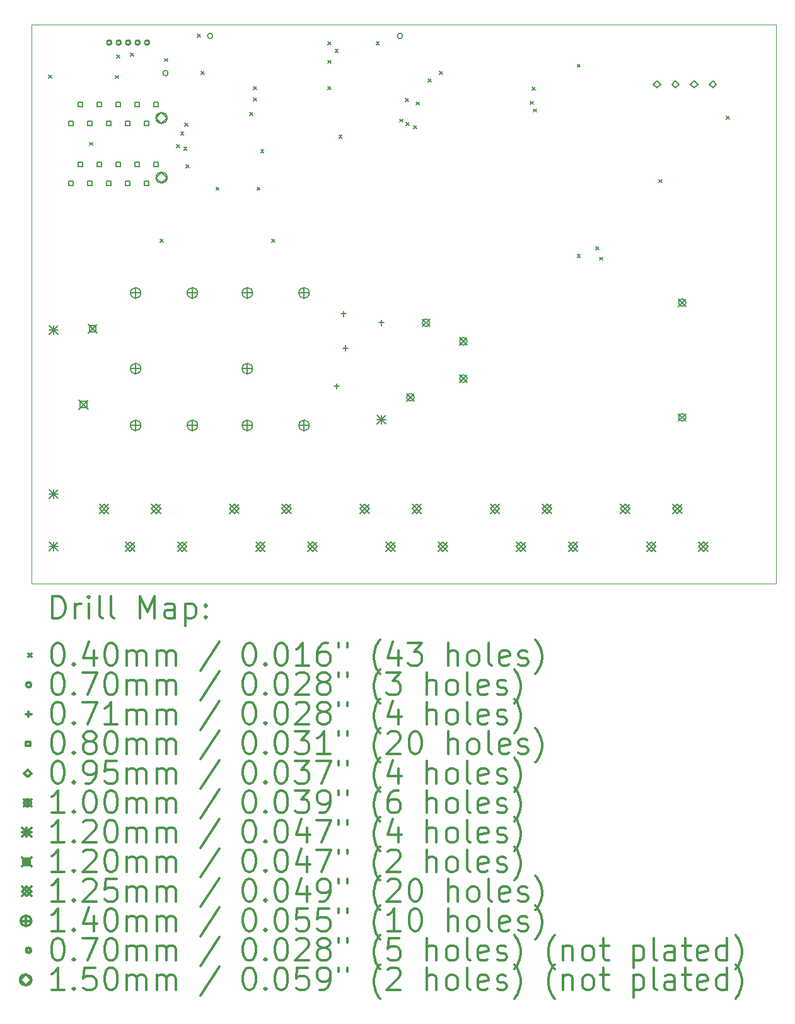
<source format=gbr>
%FSLAX45Y45*%
G04 Gerber Fmt 4.5, Leading zero omitted, Abs format (unit mm)*
G04 Created by KiCad (PCBNEW 5.1.4+dfsg1-1) date 2020-01-26 17:02:55*
%MOMM*%
%LPD*%
G04 APERTURE LIST*
%ADD10C,0.050000*%
%ADD11C,0.200000*%
%ADD12C,0.300000*%
G04 APERTURE END LIST*
D10*
X10000000Y-17500000D02*
X10000000Y-10000000D01*
X20000000Y-17500000D02*
X10000000Y-17500000D01*
X20000000Y-10000000D02*
X20000000Y-17500000D01*
X10000000Y-10000000D02*
X20000000Y-10000000D01*
D11*
X10230000Y-10680000D02*
X10270000Y-10720000D01*
X10270000Y-10680000D02*
X10230000Y-10720000D01*
X10780000Y-11580000D02*
X10820000Y-11620000D01*
X10820000Y-11580000D02*
X10780000Y-11620000D01*
X11131266Y-10681266D02*
X11171266Y-10721266D01*
X11171266Y-10681266D02*
X11131266Y-10721266D01*
X11143999Y-10406759D02*
X11183999Y-10446759D01*
X11183999Y-10406759D02*
X11143999Y-10446759D01*
X11330000Y-10380000D02*
X11370000Y-10420000D01*
X11370000Y-10380000D02*
X11330000Y-10420000D01*
X11730000Y-12880000D02*
X11770000Y-12920000D01*
X11770000Y-12880000D02*
X11730000Y-12920000D01*
X11787505Y-10452501D02*
X11827505Y-10492501D01*
X11827505Y-10452501D02*
X11787505Y-10492501D01*
X11948979Y-11608357D02*
X11988979Y-11648357D01*
X11988979Y-11608357D02*
X11948979Y-11648357D01*
X12005501Y-11438326D02*
X12045501Y-11478326D01*
X12045501Y-11438326D02*
X12005501Y-11478326D01*
X12046979Y-11643065D02*
X12086979Y-11683065D01*
X12086979Y-11643065D02*
X12046979Y-11683065D01*
X12062498Y-11323130D02*
X12102498Y-11363130D01*
X12102498Y-11323130D02*
X12062498Y-11363130D01*
X12080000Y-11880000D02*
X12120000Y-11920000D01*
X12120000Y-11880000D02*
X12080000Y-11920000D01*
X12230000Y-10130000D02*
X12270000Y-10170000D01*
X12270000Y-10130000D02*
X12230000Y-10170000D01*
X12280000Y-10630000D02*
X12320000Y-10670000D01*
X12320000Y-10630000D02*
X12280000Y-10670000D01*
X12480000Y-12180000D02*
X12520000Y-12220000D01*
X12520000Y-12180000D02*
X12480000Y-12220000D01*
X12930000Y-11180000D02*
X12970000Y-11220000D01*
X12970000Y-11180000D02*
X12930000Y-11220000D01*
X12980000Y-10830000D02*
X13020000Y-10870000D01*
X13020000Y-10830000D02*
X12980000Y-10870000D01*
X12980000Y-10980000D02*
X13020000Y-11020000D01*
X13020000Y-10980000D02*
X12980000Y-11020000D01*
X13030000Y-12180000D02*
X13070000Y-12220000D01*
X13070000Y-12180000D02*
X13030000Y-12220000D01*
X13080000Y-11680000D02*
X13120000Y-11720000D01*
X13120000Y-11680000D02*
X13080000Y-11720000D01*
X13230000Y-12880000D02*
X13270000Y-12920000D01*
X13270000Y-12880000D02*
X13230000Y-12920000D01*
X13980000Y-10230000D02*
X14020000Y-10270000D01*
X14020000Y-10230000D02*
X13980000Y-10270000D01*
X13980000Y-10480000D02*
X14020000Y-10520000D01*
X14020000Y-10480000D02*
X13980000Y-10520000D01*
X13980000Y-10830000D02*
X14020000Y-10870000D01*
X14020000Y-10830000D02*
X13980000Y-10870000D01*
X14080000Y-10330000D02*
X14120000Y-10370000D01*
X14120000Y-10330000D02*
X14080000Y-10370000D01*
X14130000Y-11480000D02*
X14170000Y-11520000D01*
X14170000Y-11480000D02*
X14130000Y-11520000D01*
X14630000Y-10230000D02*
X14670000Y-10270000D01*
X14670000Y-10230000D02*
X14630000Y-10270000D01*
X14944277Y-11267140D02*
X14984277Y-11307140D01*
X14984277Y-11267140D02*
X14944277Y-11307140D01*
X15021113Y-10989717D02*
X15061113Y-11029717D01*
X15061113Y-10989717D02*
X15021113Y-11029717D01*
X15033400Y-11312498D02*
X15073400Y-11352498D01*
X15073400Y-11312498D02*
X15033400Y-11352498D01*
X15135754Y-11357499D02*
X15175754Y-11397499D01*
X15175754Y-11357499D02*
X15135754Y-11397499D01*
X15164957Y-11037416D02*
X15204957Y-11077416D01*
X15204957Y-11037416D02*
X15164957Y-11077416D01*
X15331266Y-10728734D02*
X15371266Y-10768734D01*
X15371266Y-10728734D02*
X15331266Y-10768734D01*
X15480000Y-10630000D02*
X15520000Y-10670000D01*
X15520000Y-10630000D02*
X15480000Y-10670000D01*
X16697502Y-11030000D02*
X16737502Y-11070000D01*
X16737502Y-11030000D02*
X16697502Y-11070000D01*
X16722302Y-10838881D02*
X16762302Y-10878881D01*
X16762302Y-10838881D02*
X16722302Y-10878881D01*
X16742503Y-11130000D02*
X16782503Y-11170000D01*
X16782503Y-11130000D02*
X16742503Y-11170000D01*
X17330000Y-10530000D02*
X17370000Y-10570000D01*
X17370000Y-10530000D02*
X17330000Y-10570000D01*
X17330000Y-13080000D02*
X17370000Y-13120000D01*
X17370000Y-13080000D02*
X17330000Y-13120000D01*
X17580000Y-12980000D02*
X17620000Y-13020000D01*
X17620000Y-12980000D02*
X17580000Y-13020000D01*
X17630000Y-13119999D02*
X17670000Y-13159999D01*
X17670000Y-13119999D02*
X17630000Y-13159999D01*
X18430000Y-12080000D02*
X18470000Y-12120000D01*
X18470000Y-12080000D02*
X18430000Y-12120000D01*
X19330000Y-11230000D02*
X19370000Y-11270000D01*
X19370000Y-11230000D02*
X19330000Y-11270000D01*
X11835000Y-10650000D02*
G75*
G03X11835000Y-10650000I-35000J0D01*
G01*
X12435000Y-10150000D02*
G75*
G03X12435000Y-10150000I-35000J0D01*
G01*
X14985000Y-10150000D02*
G75*
G03X14985000Y-10150000I-35000J0D01*
G01*
X14100000Y-14814500D02*
X14100000Y-14885500D01*
X14064500Y-14850000D02*
X14135500Y-14850000D01*
X14220000Y-14304500D02*
X14220000Y-14375500D01*
X14184500Y-14340000D02*
X14255500Y-14340000D01*
X14190000Y-13844500D02*
X14190000Y-13915500D01*
X14154500Y-13880000D02*
X14225500Y-13880000D01*
X14700000Y-13964500D02*
X14700000Y-14035500D01*
X14664500Y-14000000D02*
X14735500Y-14000000D01*
X10556785Y-11355284D02*
X10556785Y-11298715D01*
X10500216Y-11298715D01*
X10500216Y-11355284D01*
X10556785Y-11355284D01*
X10683785Y-11101285D02*
X10683785Y-11044716D01*
X10627216Y-11044716D01*
X10627216Y-11101285D01*
X10683785Y-11101285D01*
X10810785Y-11355284D02*
X10810785Y-11298715D01*
X10754216Y-11298715D01*
X10754216Y-11355284D01*
X10810785Y-11355284D01*
X10937785Y-11101285D02*
X10937785Y-11044716D01*
X10881216Y-11044716D01*
X10881216Y-11101285D01*
X10937785Y-11101285D01*
X11064785Y-11355284D02*
X11064785Y-11298715D01*
X11008216Y-11298715D01*
X11008216Y-11355284D01*
X11064785Y-11355284D01*
X11191784Y-11101285D02*
X11191784Y-11044716D01*
X11135216Y-11044716D01*
X11135216Y-11101285D01*
X11191784Y-11101285D01*
X11318784Y-11355284D02*
X11318784Y-11298715D01*
X11262215Y-11298715D01*
X11262215Y-11355284D01*
X11318784Y-11355284D01*
X11445784Y-11101285D02*
X11445784Y-11044716D01*
X11389215Y-11044716D01*
X11389215Y-11101285D01*
X11445784Y-11101285D01*
X11572784Y-11355284D02*
X11572784Y-11298715D01*
X11516215Y-11298715D01*
X11516215Y-11355284D01*
X11572784Y-11355284D01*
X11699784Y-11101285D02*
X11699784Y-11044716D01*
X11643215Y-11044716D01*
X11643215Y-11101285D01*
X11699784Y-11101285D01*
X10556785Y-12155284D02*
X10556785Y-12098715D01*
X10500216Y-12098715D01*
X10500216Y-12155284D01*
X10556785Y-12155284D01*
X10683785Y-11901284D02*
X10683785Y-11844715D01*
X10627216Y-11844715D01*
X10627216Y-11901284D01*
X10683785Y-11901284D01*
X10810785Y-12155284D02*
X10810785Y-12098715D01*
X10754216Y-12098715D01*
X10754216Y-12155284D01*
X10810785Y-12155284D01*
X10937785Y-11901284D02*
X10937785Y-11844715D01*
X10881216Y-11844715D01*
X10881216Y-11901284D01*
X10937785Y-11901284D01*
X11064785Y-12155284D02*
X11064785Y-12098715D01*
X11008216Y-12098715D01*
X11008216Y-12155284D01*
X11064785Y-12155284D01*
X11191784Y-11901284D02*
X11191784Y-11844715D01*
X11135216Y-11844715D01*
X11135216Y-11901284D01*
X11191784Y-11901284D01*
X11318784Y-12155284D02*
X11318784Y-12098715D01*
X11262215Y-12098715D01*
X11262215Y-12155284D01*
X11318784Y-12155284D01*
X11445784Y-11901284D02*
X11445784Y-11844715D01*
X11389215Y-11844715D01*
X11389215Y-11901284D01*
X11445784Y-11901284D01*
X11572784Y-12155284D02*
X11572784Y-12098715D01*
X11516215Y-12098715D01*
X11516215Y-12155284D01*
X11572784Y-12155284D01*
X11699784Y-11901284D02*
X11699784Y-11844715D01*
X11643215Y-11844715D01*
X11643215Y-11901284D01*
X11699784Y-11901284D01*
X18400000Y-10847500D02*
X18447500Y-10800000D01*
X18400000Y-10752500D01*
X18352500Y-10800000D01*
X18400000Y-10847500D01*
X18650000Y-10847500D02*
X18697500Y-10800000D01*
X18650000Y-10752500D01*
X18602500Y-10800000D01*
X18650000Y-10847500D01*
X18900000Y-10847500D02*
X18947500Y-10800000D01*
X18900000Y-10752500D01*
X18852500Y-10800000D01*
X18900000Y-10847500D01*
X19150000Y-10847500D02*
X19197500Y-10800000D01*
X19150000Y-10752500D01*
X19102500Y-10800000D01*
X19150000Y-10847500D01*
X15040000Y-14950000D02*
X15140000Y-15050000D01*
X15140000Y-14950000D02*
X15040000Y-15050000D01*
X15140000Y-15000000D02*
G75*
G03X15140000Y-15000000I-50000J0D01*
G01*
X15250000Y-13950000D02*
X15350000Y-14050000D01*
X15350000Y-13950000D02*
X15250000Y-14050000D01*
X15350000Y-14000000D02*
G75*
G03X15350000Y-14000000I-50000J0D01*
G01*
X15750000Y-14200000D02*
X15850000Y-14300000D01*
X15850000Y-14200000D02*
X15750000Y-14300000D01*
X15850000Y-14250000D02*
G75*
G03X15850000Y-14250000I-50000J0D01*
G01*
X15750000Y-14700000D02*
X15850000Y-14800000D01*
X15850000Y-14700000D02*
X15750000Y-14800000D01*
X15850000Y-14750000D02*
G75*
G03X15850000Y-14750000I-50000J0D01*
G01*
X18690000Y-13680000D02*
X18790000Y-13780000D01*
X18790000Y-13680000D02*
X18690000Y-13780000D01*
X18790000Y-13730000D02*
G75*
G03X18790000Y-13730000I-50000J0D01*
G01*
X18690000Y-15220000D02*
X18790000Y-15320000D01*
X18790000Y-15220000D02*
X18690000Y-15320000D01*
X18790000Y-15270000D02*
G75*
G03X18790000Y-15270000I-50000J0D01*
G01*
X10240056Y-14040056D02*
X10359944Y-14159944D01*
X10359944Y-14040056D02*
X10240056Y-14159944D01*
X10300000Y-14040056D02*
X10300000Y-14159944D01*
X10240056Y-14100000D02*
X10359944Y-14100000D01*
X10240056Y-16240056D02*
X10359944Y-16359944D01*
X10359944Y-16240056D02*
X10240056Y-16359944D01*
X10300000Y-16240056D02*
X10300000Y-16359944D01*
X10240056Y-16300000D02*
X10359944Y-16300000D01*
X14640056Y-15240056D02*
X14759944Y-15359944D01*
X14759944Y-15240056D02*
X14640056Y-15359944D01*
X14700000Y-15240056D02*
X14700000Y-15359944D01*
X14640056Y-15300000D02*
X14759944Y-15300000D01*
X10240056Y-16940056D02*
X10359944Y-17059944D01*
X10359944Y-16940056D02*
X10240056Y-17059944D01*
X10300000Y-16940056D02*
X10300000Y-17059944D01*
X10240056Y-17000000D02*
X10359944Y-17000000D01*
X10640000Y-15040000D02*
X10760000Y-15160000D01*
X10760000Y-15040000D02*
X10640000Y-15160000D01*
X10742427Y-15142427D02*
X10742427Y-15057573D01*
X10657573Y-15057573D01*
X10657573Y-15142427D01*
X10742427Y-15142427D01*
X10760000Y-14020000D02*
X10880000Y-14140000D01*
X10880000Y-14020000D02*
X10760000Y-14140000D01*
X10862427Y-14122427D02*
X10862427Y-14037573D01*
X10777573Y-14037573D01*
X10777573Y-14122427D01*
X10862427Y-14122427D01*
X10912500Y-16432500D02*
X11037500Y-16557500D01*
X11037500Y-16432500D02*
X10912500Y-16557500D01*
X10975000Y-16557500D02*
X11037500Y-16495000D01*
X10975000Y-16432500D01*
X10912500Y-16495000D01*
X10975000Y-16557500D01*
X11262500Y-16942500D02*
X11387500Y-17067500D01*
X11387500Y-16942500D02*
X11262500Y-17067500D01*
X11325000Y-17067500D02*
X11387500Y-17005000D01*
X11325000Y-16942500D01*
X11262500Y-17005000D01*
X11325000Y-17067500D01*
X11612500Y-16432500D02*
X11737500Y-16557500D01*
X11737500Y-16432500D02*
X11612500Y-16557500D01*
X11675000Y-16557500D02*
X11737500Y-16495000D01*
X11675000Y-16432500D01*
X11612500Y-16495000D01*
X11675000Y-16557500D01*
X11962500Y-16942500D02*
X12087500Y-17067500D01*
X12087500Y-16942500D02*
X11962500Y-17067500D01*
X12025000Y-17067500D02*
X12087500Y-17005000D01*
X12025000Y-16942500D01*
X11962500Y-17005000D01*
X12025000Y-17067500D01*
X17912500Y-16432500D02*
X18037500Y-16557500D01*
X18037500Y-16432500D02*
X17912500Y-16557500D01*
X17975000Y-16557500D02*
X18037500Y-16495000D01*
X17975000Y-16432500D01*
X17912500Y-16495000D01*
X17975000Y-16557500D01*
X18262500Y-16942500D02*
X18387500Y-17067500D01*
X18387500Y-16942500D02*
X18262500Y-17067500D01*
X18325000Y-17067500D02*
X18387500Y-17005000D01*
X18325000Y-16942500D01*
X18262500Y-17005000D01*
X18325000Y-17067500D01*
X18612500Y-16432500D02*
X18737500Y-16557500D01*
X18737500Y-16432500D02*
X18612500Y-16557500D01*
X18675000Y-16557500D02*
X18737500Y-16495000D01*
X18675000Y-16432500D01*
X18612500Y-16495000D01*
X18675000Y-16557500D01*
X18962500Y-16942500D02*
X19087500Y-17067500D01*
X19087500Y-16942500D02*
X18962500Y-17067500D01*
X19025000Y-17067500D02*
X19087500Y-17005000D01*
X19025000Y-16942500D01*
X18962500Y-17005000D01*
X19025000Y-17067500D01*
X14412500Y-16432500D02*
X14537500Y-16557500D01*
X14537500Y-16432500D02*
X14412500Y-16557500D01*
X14475000Y-16557500D02*
X14537500Y-16495000D01*
X14475000Y-16432500D01*
X14412500Y-16495000D01*
X14475000Y-16557500D01*
X14762500Y-16942500D02*
X14887500Y-17067500D01*
X14887500Y-16942500D02*
X14762500Y-17067500D01*
X14825000Y-17067500D02*
X14887500Y-17005000D01*
X14825000Y-16942500D01*
X14762500Y-17005000D01*
X14825000Y-17067500D01*
X15112500Y-16432500D02*
X15237500Y-16557500D01*
X15237500Y-16432500D02*
X15112500Y-16557500D01*
X15175000Y-16557500D02*
X15237500Y-16495000D01*
X15175000Y-16432500D01*
X15112500Y-16495000D01*
X15175000Y-16557500D01*
X15462500Y-16942500D02*
X15587500Y-17067500D01*
X15587500Y-16942500D02*
X15462500Y-17067500D01*
X15525000Y-17067500D02*
X15587500Y-17005000D01*
X15525000Y-16942500D01*
X15462500Y-17005000D01*
X15525000Y-17067500D01*
X16162500Y-16432500D02*
X16287500Y-16557500D01*
X16287500Y-16432500D02*
X16162500Y-16557500D01*
X16225000Y-16557500D02*
X16287500Y-16495000D01*
X16225000Y-16432500D01*
X16162500Y-16495000D01*
X16225000Y-16557500D01*
X16512500Y-16942500D02*
X16637500Y-17067500D01*
X16637500Y-16942500D02*
X16512500Y-17067500D01*
X16575000Y-17067500D02*
X16637500Y-17005000D01*
X16575000Y-16942500D01*
X16512500Y-17005000D01*
X16575000Y-17067500D01*
X16862500Y-16432500D02*
X16987500Y-16557500D01*
X16987500Y-16432500D02*
X16862500Y-16557500D01*
X16925000Y-16557500D02*
X16987500Y-16495000D01*
X16925000Y-16432500D01*
X16862500Y-16495000D01*
X16925000Y-16557500D01*
X17212500Y-16942500D02*
X17337500Y-17067500D01*
X17337500Y-16942500D02*
X17212500Y-17067500D01*
X17275000Y-17067500D02*
X17337500Y-17005000D01*
X17275000Y-16942500D01*
X17212500Y-17005000D01*
X17275000Y-17067500D01*
X12662500Y-16432500D02*
X12787500Y-16557500D01*
X12787500Y-16432500D02*
X12662500Y-16557500D01*
X12725000Y-16557500D02*
X12787500Y-16495000D01*
X12725000Y-16432500D01*
X12662500Y-16495000D01*
X12725000Y-16557500D01*
X13012500Y-16942500D02*
X13137500Y-17067500D01*
X13137500Y-16942500D02*
X13012500Y-17067500D01*
X13075000Y-17067500D02*
X13137500Y-17005000D01*
X13075000Y-16942500D01*
X13012500Y-17005000D01*
X13075000Y-17067500D01*
X13362500Y-16432500D02*
X13487500Y-16557500D01*
X13487500Y-16432500D02*
X13362500Y-16557500D01*
X13425000Y-16557500D02*
X13487500Y-16495000D01*
X13425000Y-16432500D01*
X13362500Y-16495000D01*
X13425000Y-16557500D01*
X13712500Y-16942500D02*
X13837500Y-17067500D01*
X13837500Y-16942500D02*
X13712500Y-17067500D01*
X13775000Y-17067500D02*
X13837500Y-17005000D01*
X13775000Y-16942500D01*
X13712500Y-17005000D01*
X13775000Y-17067500D01*
X12900000Y-13530000D02*
X12900000Y-13670000D01*
X12830000Y-13600000D02*
X12970000Y-13600000D01*
X12970000Y-13600000D02*
G75*
G03X12970000Y-13600000I-70000J0D01*
G01*
X12900000Y-14546000D02*
X12900000Y-14686000D01*
X12830000Y-14616000D02*
X12970000Y-14616000D01*
X12970000Y-14616000D02*
G75*
G03X12970000Y-14616000I-70000J0D01*
G01*
X12900000Y-15308000D02*
X12900000Y-15448000D01*
X12830000Y-15378000D02*
X12970000Y-15378000D01*
X12970000Y-15378000D02*
G75*
G03X12970000Y-15378000I-70000J0D01*
G01*
X13662000Y-13530000D02*
X13662000Y-13670000D01*
X13592000Y-13600000D02*
X13732000Y-13600000D01*
X13732000Y-13600000D02*
G75*
G03X13732000Y-13600000I-70000J0D01*
G01*
X13662000Y-15308000D02*
X13662000Y-15448000D01*
X13592000Y-15378000D02*
X13732000Y-15378000D01*
X13732000Y-15378000D02*
G75*
G03X13732000Y-15378000I-70000J0D01*
G01*
X11400000Y-13530000D02*
X11400000Y-13670000D01*
X11330000Y-13600000D02*
X11470000Y-13600000D01*
X11470000Y-13600000D02*
G75*
G03X11470000Y-13600000I-70000J0D01*
G01*
X11400000Y-14546000D02*
X11400000Y-14686000D01*
X11330000Y-14616000D02*
X11470000Y-14616000D01*
X11470000Y-14616000D02*
G75*
G03X11470000Y-14616000I-70000J0D01*
G01*
X11400000Y-15308000D02*
X11400000Y-15448000D01*
X11330000Y-15378000D02*
X11470000Y-15378000D01*
X11470000Y-15378000D02*
G75*
G03X11470000Y-15378000I-70000J0D01*
G01*
X12162000Y-13530000D02*
X12162000Y-13670000D01*
X12092000Y-13600000D02*
X12232000Y-13600000D01*
X12232000Y-13600000D02*
G75*
G03X12232000Y-13600000I-70000J0D01*
G01*
X12162000Y-15308000D02*
X12162000Y-15448000D01*
X12092000Y-15378000D02*
X12232000Y-15378000D01*
X12232000Y-15378000D02*
G75*
G03X12232000Y-15378000I-70000J0D01*
G01*
X11070749Y-10265249D02*
X11070749Y-10215751D01*
X11021251Y-10215751D01*
X11021251Y-10265249D01*
X11070749Y-10265249D01*
X11081000Y-10240500D02*
G75*
G03X11081000Y-10240500I-35000J0D01*
G01*
X11197749Y-10265249D02*
X11197749Y-10215751D01*
X11148251Y-10215751D01*
X11148251Y-10265249D01*
X11197749Y-10265249D01*
X11208000Y-10240500D02*
G75*
G03X11208000Y-10240500I-35000J0D01*
G01*
X11324749Y-10265249D02*
X11324749Y-10215751D01*
X11275251Y-10215751D01*
X11275251Y-10265249D01*
X11324749Y-10265249D01*
X11335000Y-10240500D02*
G75*
G03X11335000Y-10240500I-35000J0D01*
G01*
X11451749Y-10265249D02*
X11451749Y-10215751D01*
X11402251Y-10215751D01*
X11402251Y-10265249D01*
X11451749Y-10265249D01*
X11462000Y-10240500D02*
G75*
G03X11462000Y-10240500I-35000J0D01*
G01*
X11578749Y-10265249D02*
X11578749Y-10215751D01*
X11529251Y-10215751D01*
X11529251Y-10265249D01*
X11578749Y-10265249D01*
X11589000Y-10240500D02*
G75*
G03X11589000Y-10240500I-35000J0D01*
G01*
X11748000Y-11328000D02*
X11823000Y-11253000D01*
X11748000Y-11178000D01*
X11673000Y-11253000D01*
X11748000Y-11328000D01*
X11823000Y-11253000D02*
G75*
G03X11823000Y-11253000I-75000J0D01*
G01*
X11748000Y-12128000D02*
X11823000Y-12053000D01*
X11748000Y-11978000D01*
X11673000Y-12053000D01*
X11748000Y-12128000D01*
X11823000Y-12053000D02*
G75*
G03X11823000Y-12053000I-75000J0D01*
G01*
D12*
X10283928Y-17968214D02*
X10283928Y-17668214D01*
X10355357Y-17668214D01*
X10398214Y-17682500D01*
X10426786Y-17711072D01*
X10441071Y-17739643D01*
X10455357Y-17796786D01*
X10455357Y-17839643D01*
X10441071Y-17896786D01*
X10426786Y-17925357D01*
X10398214Y-17953929D01*
X10355357Y-17968214D01*
X10283928Y-17968214D01*
X10583928Y-17968214D02*
X10583928Y-17768214D01*
X10583928Y-17825357D02*
X10598214Y-17796786D01*
X10612500Y-17782500D01*
X10641071Y-17768214D01*
X10669643Y-17768214D01*
X10769643Y-17968214D02*
X10769643Y-17768214D01*
X10769643Y-17668214D02*
X10755357Y-17682500D01*
X10769643Y-17696786D01*
X10783928Y-17682500D01*
X10769643Y-17668214D01*
X10769643Y-17696786D01*
X10955357Y-17968214D02*
X10926786Y-17953929D01*
X10912500Y-17925357D01*
X10912500Y-17668214D01*
X11112500Y-17968214D02*
X11083928Y-17953929D01*
X11069643Y-17925357D01*
X11069643Y-17668214D01*
X11455357Y-17968214D02*
X11455357Y-17668214D01*
X11555357Y-17882500D01*
X11655357Y-17668214D01*
X11655357Y-17968214D01*
X11926786Y-17968214D02*
X11926786Y-17811072D01*
X11912500Y-17782500D01*
X11883928Y-17768214D01*
X11826786Y-17768214D01*
X11798214Y-17782500D01*
X11926786Y-17953929D02*
X11898214Y-17968214D01*
X11826786Y-17968214D01*
X11798214Y-17953929D01*
X11783928Y-17925357D01*
X11783928Y-17896786D01*
X11798214Y-17868214D01*
X11826786Y-17853929D01*
X11898214Y-17853929D01*
X11926786Y-17839643D01*
X12069643Y-17768214D02*
X12069643Y-18068214D01*
X12069643Y-17782500D02*
X12098214Y-17768214D01*
X12155357Y-17768214D01*
X12183928Y-17782500D01*
X12198214Y-17796786D01*
X12212500Y-17825357D01*
X12212500Y-17911072D01*
X12198214Y-17939643D01*
X12183928Y-17953929D01*
X12155357Y-17968214D01*
X12098214Y-17968214D01*
X12069643Y-17953929D01*
X12341071Y-17939643D02*
X12355357Y-17953929D01*
X12341071Y-17968214D01*
X12326786Y-17953929D01*
X12341071Y-17939643D01*
X12341071Y-17968214D01*
X12341071Y-17782500D02*
X12355357Y-17796786D01*
X12341071Y-17811072D01*
X12326786Y-17796786D01*
X12341071Y-17782500D01*
X12341071Y-17811072D01*
X9957500Y-18442500D02*
X9997500Y-18482500D01*
X9997500Y-18442500D02*
X9957500Y-18482500D01*
X10341071Y-18298214D02*
X10369643Y-18298214D01*
X10398214Y-18312500D01*
X10412500Y-18326786D01*
X10426786Y-18355357D01*
X10441071Y-18412500D01*
X10441071Y-18483929D01*
X10426786Y-18541072D01*
X10412500Y-18569643D01*
X10398214Y-18583929D01*
X10369643Y-18598214D01*
X10341071Y-18598214D01*
X10312500Y-18583929D01*
X10298214Y-18569643D01*
X10283928Y-18541072D01*
X10269643Y-18483929D01*
X10269643Y-18412500D01*
X10283928Y-18355357D01*
X10298214Y-18326786D01*
X10312500Y-18312500D01*
X10341071Y-18298214D01*
X10569643Y-18569643D02*
X10583928Y-18583929D01*
X10569643Y-18598214D01*
X10555357Y-18583929D01*
X10569643Y-18569643D01*
X10569643Y-18598214D01*
X10841071Y-18398214D02*
X10841071Y-18598214D01*
X10769643Y-18283929D02*
X10698214Y-18498214D01*
X10883928Y-18498214D01*
X11055357Y-18298214D02*
X11083928Y-18298214D01*
X11112500Y-18312500D01*
X11126786Y-18326786D01*
X11141071Y-18355357D01*
X11155357Y-18412500D01*
X11155357Y-18483929D01*
X11141071Y-18541072D01*
X11126786Y-18569643D01*
X11112500Y-18583929D01*
X11083928Y-18598214D01*
X11055357Y-18598214D01*
X11026786Y-18583929D01*
X11012500Y-18569643D01*
X10998214Y-18541072D01*
X10983928Y-18483929D01*
X10983928Y-18412500D01*
X10998214Y-18355357D01*
X11012500Y-18326786D01*
X11026786Y-18312500D01*
X11055357Y-18298214D01*
X11283928Y-18598214D02*
X11283928Y-18398214D01*
X11283928Y-18426786D02*
X11298214Y-18412500D01*
X11326786Y-18398214D01*
X11369643Y-18398214D01*
X11398214Y-18412500D01*
X11412500Y-18441072D01*
X11412500Y-18598214D01*
X11412500Y-18441072D02*
X11426786Y-18412500D01*
X11455357Y-18398214D01*
X11498214Y-18398214D01*
X11526786Y-18412500D01*
X11541071Y-18441072D01*
X11541071Y-18598214D01*
X11683928Y-18598214D02*
X11683928Y-18398214D01*
X11683928Y-18426786D02*
X11698214Y-18412500D01*
X11726786Y-18398214D01*
X11769643Y-18398214D01*
X11798214Y-18412500D01*
X11812500Y-18441072D01*
X11812500Y-18598214D01*
X11812500Y-18441072D02*
X11826786Y-18412500D01*
X11855357Y-18398214D01*
X11898214Y-18398214D01*
X11926786Y-18412500D01*
X11941071Y-18441072D01*
X11941071Y-18598214D01*
X12526786Y-18283929D02*
X12269643Y-18669643D01*
X12912500Y-18298214D02*
X12941071Y-18298214D01*
X12969643Y-18312500D01*
X12983928Y-18326786D01*
X12998214Y-18355357D01*
X13012500Y-18412500D01*
X13012500Y-18483929D01*
X12998214Y-18541072D01*
X12983928Y-18569643D01*
X12969643Y-18583929D01*
X12941071Y-18598214D01*
X12912500Y-18598214D01*
X12883928Y-18583929D01*
X12869643Y-18569643D01*
X12855357Y-18541072D01*
X12841071Y-18483929D01*
X12841071Y-18412500D01*
X12855357Y-18355357D01*
X12869643Y-18326786D01*
X12883928Y-18312500D01*
X12912500Y-18298214D01*
X13141071Y-18569643D02*
X13155357Y-18583929D01*
X13141071Y-18598214D01*
X13126786Y-18583929D01*
X13141071Y-18569643D01*
X13141071Y-18598214D01*
X13341071Y-18298214D02*
X13369643Y-18298214D01*
X13398214Y-18312500D01*
X13412500Y-18326786D01*
X13426786Y-18355357D01*
X13441071Y-18412500D01*
X13441071Y-18483929D01*
X13426786Y-18541072D01*
X13412500Y-18569643D01*
X13398214Y-18583929D01*
X13369643Y-18598214D01*
X13341071Y-18598214D01*
X13312500Y-18583929D01*
X13298214Y-18569643D01*
X13283928Y-18541072D01*
X13269643Y-18483929D01*
X13269643Y-18412500D01*
X13283928Y-18355357D01*
X13298214Y-18326786D01*
X13312500Y-18312500D01*
X13341071Y-18298214D01*
X13726786Y-18598214D02*
X13555357Y-18598214D01*
X13641071Y-18598214D02*
X13641071Y-18298214D01*
X13612500Y-18341072D01*
X13583928Y-18369643D01*
X13555357Y-18383929D01*
X13983928Y-18298214D02*
X13926786Y-18298214D01*
X13898214Y-18312500D01*
X13883928Y-18326786D01*
X13855357Y-18369643D01*
X13841071Y-18426786D01*
X13841071Y-18541072D01*
X13855357Y-18569643D01*
X13869643Y-18583929D01*
X13898214Y-18598214D01*
X13955357Y-18598214D01*
X13983928Y-18583929D01*
X13998214Y-18569643D01*
X14012500Y-18541072D01*
X14012500Y-18469643D01*
X13998214Y-18441072D01*
X13983928Y-18426786D01*
X13955357Y-18412500D01*
X13898214Y-18412500D01*
X13869643Y-18426786D01*
X13855357Y-18441072D01*
X13841071Y-18469643D01*
X14126786Y-18298214D02*
X14126786Y-18355357D01*
X14241071Y-18298214D02*
X14241071Y-18355357D01*
X14683928Y-18712500D02*
X14669643Y-18698214D01*
X14641071Y-18655357D01*
X14626786Y-18626786D01*
X14612500Y-18583929D01*
X14598214Y-18512500D01*
X14598214Y-18455357D01*
X14612500Y-18383929D01*
X14626786Y-18341072D01*
X14641071Y-18312500D01*
X14669643Y-18269643D01*
X14683928Y-18255357D01*
X14926786Y-18398214D02*
X14926786Y-18598214D01*
X14855357Y-18283929D02*
X14783928Y-18498214D01*
X14969643Y-18498214D01*
X15055357Y-18298214D02*
X15241071Y-18298214D01*
X15141071Y-18412500D01*
X15183928Y-18412500D01*
X15212500Y-18426786D01*
X15226786Y-18441072D01*
X15241071Y-18469643D01*
X15241071Y-18541072D01*
X15226786Y-18569643D01*
X15212500Y-18583929D01*
X15183928Y-18598214D01*
X15098214Y-18598214D01*
X15069643Y-18583929D01*
X15055357Y-18569643D01*
X15598214Y-18598214D02*
X15598214Y-18298214D01*
X15726786Y-18598214D02*
X15726786Y-18441072D01*
X15712500Y-18412500D01*
X15683928Y-18398214D01*
X15641071Y-18398214D01*
X15612500Y-18412500D01*
X15598214Y-18426786D01*
X15912500Y-18598214D02*
X15883928Y-18583929D01*
X15869643Y-18569643D01*
X15855357Y-18541072D01*
X15855357Y-18455357D01*
X15869643Y-18426786D01*
X15883928Y-18412500D01*
X15912500Y-18398214D01*
X15955357Y-18398214D01*
X15983928Y-18412500D01*
X15998214Y-18426786D01*
X16012500Y-18455357D01*
X16012500Y-18541072D01*
X15998214Y-18569643D01*
X15983928Y-18583929D01*
X15955357Y-18598214D01*
X15912500Y-18598214D01*
X16183928Y-18598214D02*
X16155357Y-18583929D01*
X16141071Y-18555357D01*
X16141071Y-18298214D01*
X16412500Y-18583929D02*
X16383928Y-18598214D01*
X16326786Y-18598214D01*
X16298214Y-18583929D01*
X16283928Y-18555357D01*
X16283928Y-18441072D01*
X16298214Y-18412500D01*
X16326786Y-18398214D01*
X16383928Y-18398214D01*
X16412500Y-18412500D01*
X16426786Y-18441072D01*
X16426786Y-18469643D01*
X16283928Y-18498214D01*
X16541071Y-18583929D02*
X16569643Y-18598214D01*
X16626786Y-18598214D01*
X16655357Y-18583929D01*
X16669643Y-18555357D01*
X16669643Y-18541072D01*
X16655357Y-18512500D01*
X16626786Y-18498214D01*
X16583928Y-18498214D01*
X16555357Y-18483929D01*
X16541071Y-18455357D01*
X16541071Y-18441072D01*
X16555357Y-18412500D01*
X16583928Y-18398214D01*
X16626786Y-18398214D01*
X16655357Y-18412500D01*
X16769643Y-18712500D02*
X16783928Y-18698214D01*
X16812500Y-18655357D01*
X16826786Y-18626786D01*
X16841071Y-18583929D01*
X16855357Y-18512500D01*
X16855357Y-18455357D01*
X16841071Y-18383929D01*
X16826786Y-18341072D01*
X16812500Y-18312500D01*
X16783928Y-18269643D01*
X16769643Y-18255357D01*
X9997500Y-18858500D02*
G75*
G03X9997500Y-18858500I-35000J0D01*
G01*
X10341071Y-18694214D02*
X10369643Y-18694214D01*
X10398214Y-18708500D01*
X10412500Y-18722786D01*
X10426786Y-18751357D01*
X10441071Y-18808500D01*
X10441071Y-18879929D01*
X10426786Y-18937072D01*
X10412500Y-18965643D01*
X10398214Y-18979929D01*
X10369643Y-18994214D01*
X10341071Y-18994214D01*
X10312500Y-18979929D01*
X10298214Y-18965643D01*
X10283928Y-18937072D01*
X10269643Y-18879929D01*
X10269643Y-18808500D01*
X10283928Y-18751357D01*
X10298214Y-18722786D01*
X10312500Y-18708500D01*
X10341071Y-18694214D01*
X10569643Y-18965643D02*
X10583928Y-18979929D01*
X10569643Y-18994214D01*
X10555357Y-18979929D01*
X10569643Y-18965643D01*
X10569643Y-18994214D01*
X10683928Y-18694214D02*
X10883928Y-18694214D01*
X10755357Y-18994214D01*
X11055357Y-18694214D02*
X11083928Y-18694214D01*
X11112500Y-18708500D01*
X11126786Y-18722786D01*
X11141071Y-18751357D01*
X11155357Y-18808500D01*
X11155357Y-18879929D01*
X11141071Y-18937072D01*
X11126786Y-18965643D01*
X11112500Y-18979929D01*
X11083928Y-18994214D01*
X11055357Y-18994214D01*
X11026786Y-18979929D01*
X11012500Y-18965643D01*
X10998214Y-18937072D01*
X10983928Y-18879929D01*
X10983928Y-18808500D01*
X10998214Y-18751357D01*
X11012500Y-18722786D01*
X11026786Y-18708500D01*
X11055357Y-18694214D01*
X11283928Y-18994214D02*
X11283928Y-18794214D01*
X11283928Y-18822786D02*
X11298214Y-18808500D01*
X11326786Y-18794214D01*
X11369643Y-18794214D01*
X11398214Y-18808500D01*
X11412500Y-18837072D01*
X11412500Y-18994214D01*
X11412500Y-18837072D02*
X11426786Y-18808500D01*
X11455357Y-18794214D01*
X11498214Y-18794214D01*
X11526786Y-18808500D01*
X11541071Y-18837072D01*
X11541071Y-18994214D01*
X11683928Y-18994214D02*
X11683928Y-18794214D01*
X11683928Y-18822786D02*
X11698214Y-18808500D01*
X11726786Y-18794214D01*
X11769643Y-18794214D01*
X11798214Y-18808500D01*
X11812500Y-18837072D01*
X11812500Y-18994214D01*
X11812500Y-18837072D02*
X11826786Y-18808500D01*
X11855357Y-18794214D01*
X11898214Y-18794214D01*
X11926786Y-18808500D01*
X11941071Y-18837072D01*
X11941071Y-18994214D01*
X12526786Y-18679929D02*
X12269643Y-19065643D01*
X12912500Y-18694214D02*
X12941071Y-18694214D01*
X12969643Y-18708500D01*
X12983928Y-18722786D01*
X12998214Y-18751357D01*
X13012500Y-18808500D01*
X13012500Y-18879929D01*
X12998214Y-18937072D01*
X12983928Y-18965643D01*
X12969643Y-18979929D01*
X12941071Y-18994214D01*
X12912500Y-18994214D01*
X12883928Y-18979929D01*
X12869643Y-18965643D01*
X12855357Y-18937072D01*
X12841071Y-18879929D01*
X12841071Y-18808500D01*
X12855357Y-18751357D01*
X12869643Y-18722786D01*
X12883928Y-18708500D01*
X12912500Y-18694214D01*
X13141071Y-18965643D02*
X13155357Y-18979929D01*
X13141071Y-18994214D01*
X13126786Y-18979929D01*
X13141071Y-18965643D01*
X13141071Y-18994214D01*
X13341071Y-18694214D02*
X13369643Y-18694214D01*
X13398214Y-18708500D01*
X13412500Y-18722786D01*
X13426786Y-18751357D01*
X13441071Y-18808500D01*
X13441071Y-18879929D01*
X13426786Y-18937072D01*
X13412500Y-18965643D01*
X13398214Y-18979929D01*
X13369643Y-18994214D01*
X13341071Y-18994214D01*
X13312500Y-18979929D01*
X13298214Y-18965643D01*
X13283928Y-18937072D01*
X13269643Y-18879929D01*
X13269643Y-18808500D01*
X13283928Y-18751357D01*
X13298214Y-18722786D01*
X13312500Y-18708500D01*
X13341071Y-18694214D01*
X13555357Y-18722786D02*
X13569643Y-18708500D01*
X13598214Y-18694214D01*
X13669643Y-18694214D01*
X13698214Y-18708500D01*
X13712500Y-18722786D01*
X13726786Y-18751357D01*
X13726786Y-18779929D01*
X13712500Y-18822786D01*
X13541071Y-18994214D01*
X13726786Y-18994214D01*
X13898214Y-18822786D02*
X13869643Y-18808500D01*
X13855357Y-18794214D01*
X13841071Y-18765643D01*
X13841071Y-18751357D01*
X13855357Y-18722786D01*
X13869643Y-18708500D01*
X13898214Y-18694214D01*
X13955357Y-18694214D01*
X13983928Y-18708500D01*
X13998214Y-18722786D01*
X14012500Y-18751357D01*
X14012500Y-18765643D01*
X13998214Y-18794214D01*
X13983928Y-18808500D01*
X13955357Y-18822786D01*
X13898214Y-18822786D01*
X13869643Y-18837072D01*
X13855357Y-18851357D01*
X13841071Y-18879929D01*
X13841071Y-18937072D01*
X13855357Y-18965643D01*
X13869643Y-18979929D01*
X13898214Y-18994214D01*
X13955357Y-18994214D01*
X13983928Y-18979929D01*
X13998214Y-18965643D01*
X14012500Y-18937072D01*
X14012500Y-18879929D01*
X13998214Y-18851357D01*
X13983928Y-18837072D01*
X13955357Y-18822786D01*
X14126786Y-18694214D02*
X14126786Y-18751357D01*
X14241071Y-18694214D02*
X14241071Y-18751357D01*
X14683928Y-19108500D02*
X14669643Y-19094214D01*
X14641071Y-19051357D01*
X14626786Y-19022786D01*
X14612500Y-18979929D01*
X14598214Y-18908500D01*
X14598214Y-18851357D01*
X14612500Y-18779929D01*
X14626786Y-18737072D01*
X14641071Y-18708500D01*
X14669643Y-18665643D01*
X14683928Y-18651357D01*
X14769643Y-18694214D02*
X14955357Y-18694214D01*
X14855357Y-18808500D01*
X14898214Y-18808500D01*
X14926786Y-18822786D01*
X14941071Y-18837072D01*
X14955357Y-18865643D01*
X14955357Y-18937072D01*
X14941071Y-18965643D01*
X14926786Y-18979929D01*
X14898214Y-18994214D01*
X14812500Y-18994214D01*
X14783928Y-18979929D01*
X14769643Y-18965643D01*
X15312500Y-18994214D02*
X15312500Y-18694214D01*
X15441071Y-18994214D02*
X15441071Y-18837072D01*
X15426786Y-18808500D01*
X15398214Y-18794214D01*
X15355357Y-18794214D01*
X15326786Y-18808500D01*
X15312500Y-18822786D01*
X15626786Y-18994214D02*
X15598214Y-18979929D01*
X15583928Y-18965643D01*
X15569643Y-18937072D01*
X15569643Y-18851357D01*
X15583928Y-18822786D01*
X15598214Y-18808500D01*
X15626786Y-18794214D01*
X15669643Y-18794214D01*
X15698214Y-18808500D01*
X15712500Y-18822786D01*
X15726786Y-18851357D01*
X15726786Y-18937072D01*
X15712500Y-18965643D01*
X15698214Y-18979929D01*
X15669643Y-18994214D01*
X15626786Y-18994214D01*
X15898214Y-18994214D02*
X15869643Y-18979929D01*
X15855357Y-18951357D01*
X15855357Y-18694214D01*
X16126786Y-18979929D02*
X16098214Y-18994214D01*
X16041071Y-18994214D01*
X16012500Y-18979929D01*
X15998214Y-18951357D01*
X15998214Y-18837072D01*
X16012500Y-18808500D01*
X16041071Y-18794214D01*
X16098214Y-18794214D01*
X16126786Y-18808500D01*
X16141071Y-18837072D01*
X16141071Y-18865643D01*
X15998214Y-18894214D01*
X16255357Y-18979929D02*
X16283928Y-18994214D01*
X16341071Y-18994214D01*
X16369643Y-18979929D01*
X16383928Y-18951357D01*
X16383928Y-18937072D01*
X16369643Y-18908500D01*
X16341071Y-18894214D01*
X16298214Y-18894214D01*
X16269643Y-18879929D01*
X16255357Y-18851357D01*
X16255357Y-18837072D01*
X16269643Y-18808500D01*
X16298214Y-18794214D01*
X16341071Y-18794214D01*
X16369643Y-18808500D01*
X16483928Y-19108500D02*
X16498214Y-19094214D01*
X16526786Y-19051357D01*
X16541071Y-19022786D01*
X16555357Y-18979929D01*
X16569643Y-18908500D01*
X16569643Y-18851357D01*
X16555357Y-18779929D01*
X16541071Y-18737072D01*
X16526786Y-18708500D01*
X16498214Y-18665643D01*
X16483928Y-18651357D01*
X9962000Y-19219000D02*
X9962000Y-19290000D01*
X9926500Y-19254500D02*
X9997500Y-19254500D01*
X10341071Y-19090214D02*
X10369643Y-19090214D01*
X10398214Y-19104500D01*
X10412500Y-19118786D01*
X10426786Y-19147357D01*
X10441071Y-19204500D01*
X10441071Y-19275929D01*
X10426786Y-19333072D01*
X10412500Y-19361643D01*
X10398214Y-19375929D01*
X10369643Y-19390214D01*
X10341071Y-19390214D01*
X10312500Y-19375929D01*
X10298214Y-19361643D01*
X10283928Y-19333072D01*
X10269643Y-19275929D01*
X10269643Y-19204500D01*
X10283928Y-19147357D01*
X10298214Y-19118786D01*
X10312500Y-19104500D01*
X10341071Y-19090214D01*
X10569643Y-19361643D02*
X10583928Y-19375929D01*
X10569643Y-19390214D01*
X10555357Y-19375929D01*
X10569643Y-19361643D01*
X10569643Y-19390214D01*
X10683928Y-19090214D02*
X10883928Y-19090214D01*
X10755357Y-19390214D01*
X11155357Y-19390214D02*
X10983928Y-19390214D01*
X11069643Y-19390214D02*
X11069643Y-19090214D01*
X11041071Y-19133072D01*
X11012500Y-19161643D01*
X10983928Y-19175929D01*
X11283928Y-19390214D02*
X11283928Y-19190214D01*
X11283928Y-19218786D02*
X11298214Y-19204500D01*
X11326786Y-19190214D01*
X11369643Y-19190214D01*
X11398214Y-19204500D01*
X11412500Y-19233072D01*
X11412500Y-19390214D01*
X11412500Y-19233072D02*
X11426786Y-19204500D01*
X11455357Y-19190214D01*
X11498214Y-19190214D01*
X11526786Y-19204500D01*
X11541071Y-19233072D01*
X11541071Y-19390214D01*
X11683928Y-19390214D02*
X11683928Y-19190214D01*
X11683928Y-19218786D02*
X11698214Y-19204500D01*
X11726786Y-19190214D01*
X11769643Y-19190214D01*
X11798214Y-19204500D01*
X11812500Y-19233072D01*
X11812500Y-19390214D01*
X11812500Y-19233072D02*
X11826786Y-19204500D01*
X11855357Y-19190214D01*
X11898214Y-19190214D01*
X11926786Y-19204500D01*
X11941071Y-19233072D01*
X11941071Y-19390214D01*
X12526786Y-19075929D02*
X12269643Y-19461643D01*
X12912500Y-19090214D02*
X12941071Y-19090214D01*
X12969643Y-19104500D01*
X12983928Y-19118786D01*
X12998214Y-19147357D01*
X13012500Y-19204500D01*
X13012500Y-19275929D01*
X12998214Y-19333072D01*
X12983928Y-19361643D01*
X12969643Y-19375929D01*
X12941071Y-19390214D01*
X12912500Y-19390214D01*
X12883928Y-19375929D01*
X12869643Y-19361643D01*
X12855357Y-19333072D01*
X12841071Y-19275929D01*
X12841071Y-19204500D01*
X12855357Y-19147357D01*
X12869643Y-19118786D01*
X12883928Y-19104500D01*
X12912500Y-19090214D01*
X13141071Y-19361643D02*
X13155357Y-19375929D01*
X13141071Y-19390214D01*
X13126786Y-19375929D01*
X13141071Y-19361643D01*
X13141071Y-19390214D01*
X13341071Y-19090214D02*
X13369643Y-19090214D01*
X13398214Y-19104500D01*
X13412500Y-19118786D01*
X13426786Y-19147357D01*
X13441071Y-19204500D01*
X13441071Y-19275929D01*
X13426786Y-19333072D01*
X13412500Y-19361643D01*
X13398214Y-19375929D01*
X13369643Y-19390214D01*
X13341071Y-19390214D01*
X13312500Y-19375929D01*
X13298214Y-19361643D01*
X13283928Y-19333072D01*
X13269643Y-19275929D01*
X13269643Y-19204500D01*
X13283928Y-19147357D01*
X13298214Y-19118786D01*
X13312500Y-19104500D01*
X13341071Y-19090214D01*
X13555357Y-19118786D02*
X13569643Y-19104500D01*
X13598214Y-19090214D01*
X13669643Y-19090214D01*
X13698214Y-19104500D01*
X13712500Y-19118786D01*
X13726786Y-19147357D01*
X13726786Y-19175929D01*
X13712500Y-19218786D01*
X13541071Y-19390214D01*
X13726786Y-19390214D01*
X13898214Y-19218786D02*
X13869643Y-19204500D01*
X13855357Y-19190214D01*
X13841071Y-19161643D01*
X13841071Y-19147357D01*
X13855357Y-19118786D01*
X13869643Y-19104500D01*
X13898214Y-19090214D01*
X13955357Y-19090214D01*
X13983928Y-19104500D01*
X13998214Y-19118786D01*
X14012500Y-19147357D01*
X14012500Y-19161643D01*
X13998214Y-19190214D01*
X13983928Y-19204500D01*
X13955357Y-19218786D01*
X13898214Y-19218786D01*
X13869643Y-19233072D01*
X13855357Y-19247357D01*
X13841071Y-19275929D01*
X13841071Y-19333072D01*
X13855357Y-19361643D01*
X13869643Y-19375929D01*
X13898214Y-19390214D01*
X13955357Y-19390214D01*
X13983928Y-19375929D01*
X13998214Y-19361643D01*
X14012500Y-19333072D01*
X14012500Y-19275929D01*
X13998214Y-19247357D01*
X13983928Y-19233072D01*
X13955357Y-19218786D01*
X14126786Y-19090214D02*
X14126786Y-19147357D01*
X14241071Y-19090214D02*
X14241071Y-19147357D01*
X14683928Y-19504500D02*
X14669643Y-19490214D01*
X14641071Y-19447357D01*
X14626786Y-19418786D01*
X14612500Y-19375929D01*
X14598214Y-19304500D01*
X14598214Y-19247357D01*
X14612500Y-19175929D01*
X14626786Y-19133072D01*
X14641071Y-19104500D01*
X14669643Y-19061643D01*
X14683928Y-19047357D01*
X14926786Y-19190214D02*
X14926786Y-19390214D01*
X14855357Y-19075929D02*
X14783928Y-19290214D01*
X14969643Y-19290214D01*
X15312500Y-19390214D02*
X15312500Y-19090214D01*
X15441071Y-19390214D02*
X15441071Y-19233072D01*
X15426786Y-19204500D01*
X15398214Y-19190214D01*
X15355357Y-19190214D01*
X15326786Y-19204500D01*
X15312500Y-19218786D01*
X15626786Y-19390214D02*
X15598214Y-19375929D01*
X15583928Y-19361643D01*
X15569643Y-19333072D01*
X15569643Y-19247357D01*
X15583928Y-19218786D01*
X15598214Y-19204500D01*
X15626786Y-19190214D01*
X15669643Y-19190214D01*
X15698214Y-19204500D01*
X15712500Y-19218786D01*
X15726786Y-19247357D01*
X15726786Y-19333072D01*
X15712500Y-19361643D01*
X15698214Y-19375929D01*
X15669643Y-19390214D01*
X15626786Y-19390214D01*
X15898214Y-19390214D02*
X15869643Y-19375929D01*
X15855357Y-19347357D01*
X15855357Y-19090214D01*
X16126786Y-19375929D02*
X16098214Y-19390214D01*
X16041071Y-19390214D01*
X16012500Y-19375929D01*
X15998214Y-19347357D01*
X15998214Y-19233072D01*
X16012500Y-19204500D01*
X16041071Y-19190214D01*
X16098214Y-19190214D01*
X16126786Y-19204500D01*
X16141071Y-19233072D01*
X16141071Y-19261643D01*
X15998214Y-19290214D01*
X16255357Y-19375929D02*
X16283928Y-19390214D01*
X16341071Y-19390214D01*
X16369643Y-19375929D01*
X16383928Y-19347357D01*
X16383928Y-19333072D01*
X16369643Y-19304500D01*
X16341071Y-19290214D01*
X16298214Y-19290214D01*
X16269643Y-19275929D01*
X16255357Y-19247357D01*
X16255357Y-19233072D01*
X16269643Y-19204500D01*
X16298214Y-19190214D01*
X16341071Y-19190214D01*
X16369643Y-19204500D01*
X16483928Y-19504500D02*
X16498214Y-19490214D01*
X16526786Y-19447357D01*
X16541071Y-19418786D01*
X16555357Y-19375929D01*
X16569643Y-19304500D01*
X16569643Y-19247357D01*
X16555357Y-19175929D01*
X16541071Y-19133072D01*
X16526786Y-19104500D01*
X16498214Y-19061643D01*
X16483928Y-19047357D01*
X9985784Y-19678785D02*
X9985784Y-19622216D01*
X9929215Y-19622216D01*
X9929215Y-19678785D01*
X9985784Y-19678785D01*
X10341071Y-19486214D02*
X10369643Y-19486214D01*
X10398214Y-19500500D01*
X10412500Y-19514786D01*
X10426786Y-19543357D01*
X10441071Y-19600500D01*
X10441071Y-19671929D01*
X10426786Y-19729072D01*
X10412500Y-19757643D01*
X10398214Y-19771929D01*
X10369643Y-19786214D01*
X10341071Y-19786214D01*
X10312500Y-19771929D01*
X10298214Y-19757643D01*
X10283928Y-19729072D01*
X10269643Y-19671929D01*
X10269643Y-19600500D01*
X10283928Y-19543357D01*
X10298214Y-19514786D01*
X10312500Y-19500500D01*
X10341071Y-19486214D01*
X10569643Y-19757643D02*
X10583928Y-19771929D01*
X10569643Y-19786214D01*
X10555357Y-19771929D01*
X10569643Y-19757643D01*
X10569643Y-19786214D01*
X10755357Y-19614786D02*
X10726786Y-19600500D01*
X10712500Y-19586214D01*
X10698214Y-19557643D01*
X10698214Y-19543357D01*
X10712500Y-19514786D01*
X10726786Y-19500500D01*
X10755357Y-19486214D01*
X10812500Y-19486214D01*
X10841071Y-19500500D01*
X10855357Y-19514786D01*
X10869643Y-19543357D01*
X10869643Y-19557643D01*
X10855357Y-19586214D01*
X10841071Y-19600500D01*
X10812500Y-19614786D01*
X10755357Y-19614786D01*
X10726786Y-19629072D01*
X10712500Y-19643357D01*
X10698214Y-19671929D01*
X10698214Y-19729072D01*
X10712500Y-19757643D01*
X10726786Y-19771929D01*
X10755357Y-19786214D01*
X10812500Y-19786214D01*
X10841071Y-19771929D01*
X10855357Y-19757643D01*
X10869643Y-19729072D01*
X10869643Y-19671929D01*
X10855357Y-19643357D01*
X10841071Y-19629072D01*
X10812500Y-19614786D01*
X11055357Y-19486214D02*
X11083928Y-19486214D01*
X11112500Y-19500500D01*
X11126786Y-19514786D01*
X11141071Y-19543357D01*
X11155357Y-19600500D01*
X11155357Y-19671929D01*
X11141071Y-19729072D01*
X11126786Y-19757643D01*
X11112500Y-19771929D01*
X11083928Y-19786214D01*
X11055357Y-19786214D01*
X11026786Y-19771929D01*
X11012500Y-19757643D01*
X10998214Y-19729072D01*
X10983928Y-19671929D01*
X10983928Y-19600500D01*
X10998214Y-19543357D01*
X11012500Y-19514786D01*
X11026786Y-19500500D01*
X11055357Y-19486214D01*
X11283928Y-19786214D02*
X11283928Y-19586214D01*
X11283928Y-19614786D02*
X11298214Y-19600500D01*
X11326786Y-19586214D01*
X11369643Y-19586214D01*
X11398214Y-19600500D01*
X11412500Y-19629072D01*
X11412500Y-19786214D01*
X11412500Y-19629072D02*
X11426786Y-19600500D01*
X11455357Y-19586214D01*
X11498214Y-19586214D01*
X11526786Y-19600500D01*
X11541071Y-19629072D01*
X11541071Y-19786214D01*
X11683928Y-19786214D02*
X11683928Y-19586214D01*
X11683928Y-19614786D02*
X11698214Y-19600500D01*
X11726786Y-19586214D01*
X11769643Y-19586214D01*
X11798214Y-19600500D01*
X11812500Y-19629072D01*
X11812500Y-19786214D01*
X11812500Y-19629072D02*
X11826786Y-19600500D01*
X11855357Y-19586214D01*
X11898214Y-19586214D01*
X11926786Y-19600500D01*
X11941071Y-19629072D01*
X11941071Y-19786214D01*
X12526786Y-19471929D02*
X12269643Y-19857643D01*
X12912500Y-19486214D02*
X12941071Y-19486214D01*
X12969643Y-19500500D01*
X12983928Y-19514786D01*
X12998214Y-19543357D01*
X13012500Y-19600500D01*
X13012500Y-19671929D01*
X12998214Y-19729072D01*
X12983928Y-19757643D01*
X12969643Y-19771929D01*
X12941071Y-19786214D01*
X12912500Y-19786214D01*
X12883928Y-19771929D01*
X12869643Y-19757643D01*
X12855357Y-19729072D01*
X12841071Y-19671929D01*
X12841071Y-19600500D01*
X12855357Y-19543357D01*
X12869643Y-19514786D01*
X12883928Y-19500500D01*
X12912500Y-19486214D01*
X13141071Y-19757643D02*
X13155357Y-19771929D01*
X13141071Y-19786214D01*
X13126786Y-19771929D01*
X13141071Y-19757643D01*
X13141071Y-19786214D01*
X13341071Y-19486214D02*
X13369643Y-19486214D01*
X13398214Y-19500500D01*
X13412500Y-19514786D01*
X13426786Y-19543357D01*
X13441071Y-19600500D01*
X13441071Y-19671929D01*
X13426786Y-19729072D01*
X13412500Y-19757643D01*
X13398214Y-19771929D01*
X13369643Y-19786214D01*
X13341071Y-19786214D01*
X13312500Y-19771929D01*
X13298214Y-19757643D01*
X13283928Y-19729072D01*
X13269643Y-19671929D01*
X13269643Y-19600500D01*
X13283928Y-19543357D01*
X13298214Y-19514786D01*
X13312500Y-19500500D01*
X13341071Y-19486214D01*
X13541071Y-19486214D02*
X13726786Y-19486214D01*
X13626786Y-19600500D01*
X13669643Y-19600500D01*
X13698214Y-19614786D01*
X13712500Y-19629072D01*
X13726786Y-19657643D01*
X13726786Y-19729072D01*
X13712500Y-19757643D01*
X13698214Y-19771929D01*
X13669643Y-19786214D01*
X13583928Y-19786214D01*
X13555357Y-19771929D01*
X13541071Y-19757643D01*
X14012500Y-19786214D02*
X13841071Y-19786214D01*
X13926786Y-19786214D02*
X13926786Y-19486214D01*
X13898214Y-19529072D01*
X13869643Y-19557643D01*
X13841071Y-19571929D01*
X14126786Y-19486214D02*
X14126786Y-19543357D01*
X14241071Y-19486214D02*
X14241071Y-19543357D01*
X14683928Y-19900500D02*
X14669643Y-19886214D01*
X14641071Y-19843357D01*
X14626786Y-19814786D01*
X14612500Y-19771929D01*
X14598214Y-19700500D01*
X14598214Y-19643357D01*
X14612500Y-19571929D01*
X14626786Y-19529072D01*
X14641071Y-19500500D01*
X14669643Y-19457643D01*
X14683928Y-19443357D01*
X14783928Y-19514786D02*
X14798214Y-19500500D01*
X14826786Y-19486214D01*
X14898214Y-19486214D01*
X14926786Y-19500500D01*
X14941071Y-19514786D01*
X14955357Y-19543357D01*
X14955357Y-19571929D01*
X14941071Y-19614786D01*
X14769643Y-19786214D01*
X14955357Y-19786214D01*
X15141071Y-19486214D02*
X15169643Y-19486214D01*
X15198214Y-19500500D01*
X15212500Y-19514786D01*
X15226786Y-19543357D01*
X15241071Y-19600500D01*
X15241071Y-19671929D01*
X15226786Y-19729072D01*
X15212500Y-19757643D01*
X15198214Y-19771929D01*
X15169643Y-19786214D01*
X15141071Y-19786214D01*
X15112500Y-19771929D01*
X15098214Y-19757643D01*
X15083928Y-19729072D01*
X15069643Y-19671929D01*
X15069643Y-19600500D01*
X15083928Y-19543357D01*
X15098214Y-19514786D01*
X15112500Y-19500500D01*
X15141071Y-19486214D01*
X15598214Y-19786214D02*
X15598214Y-19486214D01*
X15726786Y-19786214D02*
X15726786Y-19629072D01*
X15712500Y-19600500D01*
X15683928Y-19586214D01*
X15641071Y-19586214D01*
X15612500Y-19600500D01*
X15598214Y-19614786D01*
X15912500Y-19786214D02*
X15883928Y-19771929D01*
X15869643Y-19757643D01*
X15855357Y-19729072D01*
X15855357Y-19643357D01*
X15869643Y-19614786D01*
X15883928Y-19600500D01*
X15912500Y-19586214D01*
X15955357Y-19586214D01*
X15983928Y-19600500D01*
X15998214Y-19614786D01*
X16012500Y-19643357D01*
X16012500Y-19729072D01*
X15998214Y-19757643D01*
X15983928Y-19771929D01*
X15955357Y-19786214D01*
X15912500Y-19786214D01*
X16183928Y-19786214D02*
X16155357Y-19771929D01*
X16141071Y-19743357D01*
X16141071Y-19486214D01*
X16412500Y-19771929D02*
X16383928Y-19786214D01*
X16326786Y-19786214D01*
X16298214Y-19771929D01*
X16283928Y-19743357D01*
X16283928Y-19629072D01*
X16298214Y-19600500D01*
X16326786Y-19586214D01*
X16383928Y-19586214D01*
X16412500Y-19600500D01*
X16426786Y-19629072D01*
X16426786Y-19657643D01*
X16283928Y-19686214D01*
X16541071Y-19771929D02*
X16569643Y-19786214D01*
X16626786Y-19786214D01*
X16655357Y-19771929D01*
X16669643Y-19743357D01*
X16669643Y-19729072D01*
X16655357Y-19700500D01*
X16626786Y-19686214D01*
X16583928Y-19686214D01*
X16555357Y-19671929D01*
X16541071Y-19643357D01*
X16541071Y-19629072D01*
X16555357Y-19600500D01*
X16583928Y-19586214D01*
X16626786Y-19586214D01*
X16655357Y-19600500D01*
X16769643Y-19900500D02*
X16783928Y-19886214D01*
X16812500Y-19843357D01*
X16826786Y-19814786D01*
X16841071Y-19771929D01*
X16855357Y-19700500D01*
X16855357Y-19643357D01*
X16841071Y-19571929D01*
X16826786Y-19529072D01*
X16812500Y-19500500D01*
X16783928Y-19457643D01*
X16769643Y-19443357D01*
X9950000Y-20094000D02*
X9997500Y-20046500D01*
X9950000Y-19999000D01*
X9902500Y-20046500D01*
X9950000Y-20094000D01*
X10341071Y-19882214D02*
X10369643Y-19882214D01*
X10398214Y-19896500D01*
X10412500Y-19910786D01*
X10426786Y-19939357D01*
X10441071Y-19996500D01*
X10441071Y-20067929D01*
X10426786Y-20125072D01*
X10412500Y-20153643D01*
X10398214Y-20167929D01*
X10369643Y-20182214D01*
X10341071Y-20182214D01*
X10312500Y-20167929D01*
X10298214Y-20153643D01*
X10283928Y-20125072D01*
X10269643Y-20067929D01*
X10269643Y-19996500D01*
X10283928Y-19939357D01*
X10298214Y-19910786D01*
X10312500Y-19896500D01*
X10341071Y-19882214D01*
X10569643Y-20153643D02*
X10583928Y-20167929D01*
X10569643Y-20182214D01*
X10555357Y-20167929D01*
X10569643Y-20153643D01*
X10569643Y-20182214D01*
X10726786Y-20182214D02*
X10783928Y-20182214D01*
X10812500Y-20167929D01*
X10826786Y-20153643D01*
X10855357Y-20110786D01*
X10869643Y-20053643D01*
X10869643Y-19939357D01*
X10855357Y-19910786D01*
X10841071Y-19896500D01*
X10812500Y-19882214D01*
X10755357Y-19882214D01*
X10726786Y-19896500D01*
X10712500Y-19910786D01*
X10698214Y-19939357D01*
X10698214Y-20010786D01*
X10712500Y-20039357D01*
X10726786Y-20053643D01*
X10755357Y-20067929D01*
X10812500Y-20067929D01*
X10841071Y-20053643D01*
X10855357Y-20039357D01*
X10869643Y-20010786D01*
X11141071Y-19882214D02*
X10998214Y-19882214D01*
X10983928Y-20025072D01*
X10998214Y-20010786D01*
X11026786Y-19996500D01*
X11098214Y-19996500D01*
X11126786Y-20010786D01*
X11141071Y-20025072D01*
X11155357Y-20053643D01*
X11155357Y-20125072D01*
X11141071Y-20153643D01*
X11126786Y-20167929D01*
X11098214Y-20182214D01*
X11026786Y-20182214D01*
X10998214Y-20167929D01*
X10983928Y-20153643D01*
X11283928Y-20182214D02*
X11283928Y-19982214D01*
X11283928Y-20010786D02*
X11298214Y-19996500D01*
X11326786Y-19982214D01*
X11369643Y-19982214D01*
X11398214Y-19996500D01*
X11412500Y-20025072D01*
X11412500Y-20182214D01*
X11412500Y-20025072D02*
X11426786Y-19996500D01*
X11455357Y-19982214D01*
X11498214Y-19982214D01*
X11526786Y-19996500D01*
X11541071Y-20025072D01*
X11541071Y-20182214D01*
X11683928Y-20182214D02*
X11683928Y-19982214D01*
X11683928Y-20010786D02*
X11698214Y-19996500D01*
X11726786Y-19982214D01*
X11769643Y-19982214D01*
X11798214Y-19996500D01*
X11812500Y-20025072D01*
X11812500Y-20182214D01*
X11812500Y-20025072D02*
X11826786Y-19996500D01*
X11855357Y-19982214D01*
X11898214Y-19982214D01*
X11926786Y-19996500D01*
X11941071Y-20025072D01*
X11941071Y-20182214D01*
X12526786Y-19867929D02*
X12269643Y-20253643D01*
X12912500Y-19882214D02*
X12941071Y-19882214D01*
X12969643Y-19896500D01*
X12983928Y-19910786D01*
X12998214Y-19939357D01*
X13012500Y-19996500D01*
X13012500Y-20067929D01*
X12998214Y-20125072D01*
X12983928Y-20153643D01*
X12969643Y-20167929D01*
X12941071Y-20182214D01*
X12912500Y-20182214D01*
X12883928Y-20167929D01*
X12869643Y-20153643D01*
X12855357Y-20125072D01*
X12841071Y-20067929D01*
X12841071Y-19996500D01*
X12855357Y-19939357D01*
X12869643Y-19910786D01*
X12883928Y-19896500D01*
X12912500Y-19882214D01*
X13141071Y-20153643D02*
X13155357Y-20167929D01*
X13141071Y-20182214D01*
X13126786Y-20167929D01*
X13141071Y-20153643D01*
X13141071Y-20182214D01*
X13341071Y-19882214D02*
X13369643Y-19882214D01*
X13398214Y-19896500D01*
X13412500Y-19910786D01*
X13426786Y-19939357D01*
X13441071Y-19996500D01*
X13441071Y-20067929D01*
X13426786Y-20125072D01*
X13412500Y-20153643D01*
X13398214Y-20167929D01*
X13369643Y-20182214D01*
X13341071Y-20182214D01*
X13312500Y-20167929D01*
X13298214Y-20153643D01*
X13283928Y-20125072D01*
X13269643Y-20067929D01*
X13269643Y-19996500D01*
X13283928Y-19939357D01*
X13298214Y-19910786D01*
X13312500Y-19896500D01*
X13341071Y-19882214D01*
X13541071Y-19882214D02*
X13726786Y-19882214D01*
X13626786Y-19996500D01*
X13669643Y-19996500D01*
X13698214Y-20010786D01*
X13712500Y-20025072D01*
X13726786Y-20053643D01*
X13726786Y-20125072D01*
X13712500Y-20153643D01*
X13698214Y-20167929D01*
X13669643Y-20182214D01*
X13583928Y-20182214D01*
X13555357Y-20167929D01*
X13541071Y-20153643D01*
X13826786Y-19882214D02*
X14026786Y-19882214D01*
X13898214Y-20182214D01*
X14126786Y-19882214D02*
X14126786Y-19939357D01*
X14241071Y-19882214D02*
X14241071Y-19939357D01*
X14683928Y-20296500D02*
X14669643Y-20282214D01*
X14641071Y-20239357D01*
X14626786Y-20210786D01*
X14612500Y-20167929D01*
X14598214Y-20096500D01*
X14598214Y-20039357D01*
X14612500Y-19967929D01*
X14626786Y-19925072D01*
X14641071Y-19896500D01*
X14669643Y-19853643D01*
X14683928Y-19839357D01*
X14926786Y-19982214D02*
X14926786Y-20182214D01*
X14855357Y-19867929D02*
X14783928Y-20082214D01*
X14969643Y-20082214D01*
X15312500Y-20182214D02*
X15312500Y-19882214D01*
X15441071Y-20182214D02*
X15441071Y-20025072D01*
X15426786Y-19996500D01*
X15398214Y-19982214D01*
X15355357Y-19982214D01*
X15326786Y-19996500D01*
X15312500Y-20010786D01*
X15626786Y-20182214D02*
X15598214Y-20167929D01*
X15583928Y-20153643D01*
X15569643Y-20125072D01*
X15569643Y-20039357D01*
X15583928Y-20010786D01*
X15598214Y-19996500D01*
X15626786Y-19982214D01*
X15669643Y-19982214D01*
X15698214Y-19996500D01*
X15712500Y-20010786D01*
X15726786Y-20039357D01*
X15726786Y-20125072D01*
X15712500Y-20153643D01*
X15698214Y-20167929D01*
X15669643Y-20182214D01*
X15626786Y-20182214D01*
X15898214Y-20182214D02*
X15869643Y-20167929D01*
X15855357Y-20139357D01*
X15855357Y-19882214D01*
X16126786Y-20167929D02*
X16098214Y-20182214D01*
X16041071Y-20182214D01*
X16012500Y-20167929D01*
X15998214Y-20139357D01*
X15998214Y-20025072D01*
X16012500Y-19996500D01*
X16041071Y-19982214D01*
X16098214Y-19982214D01*
X16126786Y-19996500D01*
X16141071Y-20025072D01*
X16141071Y-20053643D01*
X15998214Y-20082214D01*
X16255357Y-20167929D02*
X16283928Y-20182214D01*
X16341071Y-20182214D01*
X16369643Y-20167929D01*
X16383928Y-20139357D01*
X16383928Y-20125072D01*
X16369643Y-20096500D01*
X16341071Y-20082214D01*
X16298214Y-20082214D01*
X16269643Y-20067929D01*
X16255357Y-20039357D01*
X16255357Y-20025072D01*
X16269643Y-19996500D01*
X16298214Y-19982214D01*
X16341071Y-19982214D01*
X16369643Y-19996500D01*
X16483928Y-20296500D02*
X16498214Y-20282214D01*
X16526786Y-20239357D01*
X16541071Y-20210786D01*
X16555357Y-20167929D01*
X16569643Y-20096500D01*
X16569643Y-20039357D01*
X16555357Y-19967929D01*
X16541071Y-19925072D01*
X16526786Y-19896500D01*
X16498214Y-19853643D01*
X16483928Y-19839357D01*
X9897500Y-20392500D02*
X9997500Y-20492500D01*
X9997500Y-20392500D02*
X9897500Y-20492500D01*
X9997500Y-20442500D02*
G75*
G03X9997500Y-20442500I-50000J0D01*
G01*
X10441071Y-20578214D02*
X10269643Y-20578214D01*
X10355357Y-20578214D02*
X10355357Y-20278214D01*
X10326786Y-20321072D01*
X10298214Y-20349643D01*
X10269643Y-20363929D01*
X10569643Y-20549643D02*
X10583928Y-20563929D01*
X10569643Y-20578214D01*
X10555357Y-20563929D01*
X10569643Y-20549643D01*
X10569643Y-20578214D01*
X10769643Y-20278214D02*
X10798214Y-20278214D01*
X10826786Y-20292500D01*
X10841071Y-20306786D01*
X10855357Y-20335357D01*
X10869643Y-20392500D01*
X10869643Y-20463929D01*
X10855357Y-20521072D01*
X10841071Y-20549643D01*
X10826786Y-20563929D01*
X10798214Y-20578214D01*
X10769643Y-20578214D01*
X10741071Y-20563929D01*
X10726786Y-20549643D01*
X10712500Y-20521072D01*
X10698214Y-20463929D01*
X10698214Y-20392500D01*
X10712500Y-20335357D01*
X10726786Y-20306786D01*
X10741071Y-20292500D01*
X10769643Y-20278214D01*
X11055357Y-20278214D02*
X11083928Y-20278214D01*
X11112500Y-20292500D01*
X11126786Y-20306786D01*
X11141071Y-20335357D01*
X11155357Y-20392500D01*
X11155357Y-20463929D01*
X11141071Y-20521072D01*
X11126786Y-20549643D01*
X11112500Y-20563929D01*
X11083928Y-20578214D01*
X11055357Y-20578214D01*
X11026786Y-20563929D01*
X11012500Y-20549643D01*
X10998214Y-20521072D01*
X10983928Y-20463929D01*
X10983928Y-20392500D01*
X10998214Y-20335357D01*
X11012500Y-20306786D01*
X11026786Y-20292500D01*
X11055357Y-20278214D01*
X11283928Y-20578214D02*
X11283928Y-20378214D01*
X11283928Y-20406786D02*
X11298214Y-20392500D01*
X11326786Y-20378214D01*
X11369643Y-20378214D01*
X11398214Y-20392500D01*
X11412500Y-20421072D01*
X11412500Y-20578214D01*
X11412500Y-20421072D02*
X11426786Y-20392500D01*
X11455357Y-20378214D01*
X11498214Y-20378214D01*
X11526786Y-20392500D01*
X11541071Y-20421072D01*
X11541071Y-20578214D01*
X11683928Y-20578214D02*
X11683928Y-20378214D01*
X11683928Y-20406786D02*
X11698214Y-20392500D01*
X11726786Y-20378214D01*
X11769643Y-20378214D01*
X11798214Y-20392500D01*
X11812500Y-20421072D01*
X11812500Y-20578214D01*
X11812500Y-20421072D02*
X11826786Y-20392500D01*
X11855357Y-20378214D01*
X11898214Y-20378214D01*
X11926786Y-20392500D01*
X11941071Y-20421072D01*
X11941071Y-20578214D01*
X12526786Y-20263929D02*
X12269643Y-20649643D01*
X12912500Y-20278214D02*
X12941071Y-20278214D01*
X12969643Y-20292500D01*
X12983928Y-20306786D01*
X12998214Y-20335357D01*
X13012500Y-20392500D01*
X13012500Y-20463929D01*
X12998214Y-20521072D01*
X12983928Y-20549643D01*
X12969643Y-20563929D01*
X12941071Y-20578214D01*
X12912500Y-20578214D01*
X12883928Y-20563929D01*
X12869643Y-20549643D01*
X12855357Y-20521072D01*
X12841071Y-20463929D01*
X12841071Y-20392500D01*
X12855357Y-20335357D01*
X12869643Y-20306786D01*
X12883928Y-20292500D01*
X12912500Y-20278214D01*
X13141071Y-20549643D02*
X13155357Y-20563929D01*
X13141071Y-20578214D01*
X13126786Y-20563929D01*
X13141071Y-20549643D01*
X13141071Y-20578214D01*
X13341071Y-20278214D02*
X13369643Y-20278214D01*
X13398214Y-20292500D01*
X13412500Y-20306786D01*
X13426786Y-20335357D01*
X13441071Y-20392500D01*
X13441071Y-20463929D01*
X13426786Y-20521072D01*
X13412500Y-20549643D01*
X13398214Y-20563929D01*
X13369643Y-20578214D01*
X13341071Y-20578214D01*
X13312500Y-20563929D01*
X13298214Y-20549643D01*
X13283928Y-20521072D01*
X13269643Y-20463929D01*
X13269643Y-20392500D01*
X13283928Y-20335357D01*
X13298214Y-20306786D01*
X13312500Y-20292500D01*
X13341071Y-20278214D01*
X13541071Y-20278214D02*
X13726786Y-20278214D01*
X13626786Y-20392500D01*
X13669643Y-20392500D01*
X13698214Y-20406786D01*
X13712500Y-20421072D01*
X13726786Y-20449643D01*
X13726786Y-20521072D01*
X13712500Y-20549643D01*
X13698214Y-20563929D01*
X13669643Y-20578214D01*
X13583928Y-20578214D01*
X13555357Y-20563929D01*
X13541071Y-20549643D01*
X13869643Y-20578214D02*
X13926786Y-20578214D01*
X13955357Y-20563929D01*
X13969643Y-20549643D01*
X13998214Y-20506786D01*
X14012500Y-20449643D01*
X14012500Y-20335357D01*
X13998214Y-20306786D01*
X13983928Y-20292500D01*
X13955357Y-20278214D01*
X13898214Y-20278214D01*
X13869643Y-20292500D01*
X13855357Y-20306786D01*
X13841071Y-20335357D01*
X13841071Y-20406786D01*
X13855357Y-20435357D01*
X13869643Y-20449643D01*
X13898214Y-20463929D01*
X13955357Y-20463929D01*
X13983928Y-20449643D01*
X13998214Y-20435357D01*
X14012500Y-20406786D01*
X14126786Y-20278214D02*
X14126786Y-20335357D01*
X14241071Y-20278214D02*
X14241071Y-20335357D01*
X14683928Y-20692500D02*
X14669643Y-20678214D01*
X14641071Y-20635357D01*
X14626786Y-20606786D01*
X14612500Y-20563929D01*
X14598214Y-20492500D01*
X14598214Y-20435357D01*
X14612500Y-20363929D01*
X14626786Y-20321072D01*
X14641071Y-20292500D01*
X14669643Y-20249643D01*
X14683928Y-20235357D01*
X14926786Y-20278214D02*
X14869643Y-20278214D01*
X14841071Y-20292500D01*
X14826786Y-20306786D01*
X14798214Y-20349643D01*
X14783928Y-20406786D01*
X14783928Y-20521072D01*
X14798214Y-20549643D01*
X14812500Y-20563929D01*
X14841071Y-20578214D01*
X14898214Y-20578214D01*
X14926786Y-20563929D01*
X14941071Y-20549643D01*
X14955357Y-20521072D01*
X14955357Y-20449643D01*
X14941071Y-20421072D01*
X14926786Y-20406786D01*
X14898214Y-20392500D01*
X14841071Y-20392500D01*
X14812500Y-20406786D01*
X14798214Y-20421072D01*
X14783928Y-20449643D01*
X15312500Y-20578214D02*
X15312500Y-20278214D01*
X15441071Y-20578214D02*
X15441071Y-20421072D01*
X15426786Y-20392500D01*
X15398214Y-20378214D01*
X15355357Y-20378214D01*
X15326786Y-20392500D01*
X15312500Y-20406786D01*
X15626786Y-20578214D02*
X15598214Y-20563929D01*
X15583928Y-20549643D01*
X15569643Y-20521072D01*
X15569643Y-20435357D01*
X15583928Y-20406786D01*
X15598214Y-20392500D01*
X15626786Y-20378214D01*
X15669643Y-20378214D01*
X15698214Y-20392500D01*
X15712500Y-20406786D01*
X15726786Y-20435357D01*
X15726786Y-20521072D01*
X15712500Y-20549643D01*
X15698214Y-20563929D01*
X15669643Y-20578214D01*
X15626786Y-20578214D01*
X15898214Y-20578214D02*
X15869643Y-20563929D01*
X15855357Y-20535357D01*
X15855357Y-20278214D01*
X16126786Y-20563929D02*
X16098214Y-20578214D01*
X16041071Y-20578214D01*
X16012500Y-20563929D01*
X15998214Y-20535357D01*
X15998214Y-20421072D01*
X16012500Y-20392500D01*
X16041071Y-20378214D01*
X16098214Y-20378214D01*
X16126786Y-20392500D01*
X16141071Y-20421072D01*
X16141071Y-20449643D01*
X15998214Y-20478214D01*
X16255357Y-20563929D02*
X16283928Y-20578214D01*
X16341071Y-20578214D01*
X16369643Y-20563929D01*
X16383928Y-20535357D01*
X16383928Y-20521072D01*
X16369643Y-20492500D01*
X16341071Y-20478214D01*
X16298214Y-20478214D01*
X16269643Y-20463929D01*
X16255357Y-20435357D01*
X16255357Y-20421072D01*
X16269643Y-20392500D01*
X16298214Y-20378214D01*
X16341071Y-20378214D01*
X16369643Y-20392500D01*
X16483928Y-20692500D02*
X16498214Y-20678214D01*
X16526786Y-20635357D01*
X16541071Y-20606786D01*
X16555357Y-20563929D01*
X16569643Y-20492500D01*
X16569643Y-20435357D01*
X16555357Y-20363929D01*
X16541071Y-20321072D01*
X16526786Y-20292500D01*
X16498214Y-20249643D01*
X16483928Y-20235357D01*
X9877612Y-20778556D02*
X9997500Y-20898444D01*
X9997500Y-20778556D02*
X9877612Y-20898444D01*
X9937556Y-20778556D02*
X9937556Y-20898444D01*
X9877612Y-20838500D02*
X9997500Y-20838500D01*
X10441071Y-20974214D02*
X10269643Y-20974214D01*
X10355357Y-20974214D02*
X10355357Y-20674214D01*
X10326786Y-20717072D01*
X10298214Y-20745643D01*
X10269643Y-20759929D01*
X10569643Y-20945643D02*
X10583928Y-20959929D01*
X10569643Y-20974214D01*
X10555357Y-20959929D01*
X10569643Y-20945643D01*
X10569643Y-20974214D01*
X10698214Y-20702786D02*
X10712500Y-20688500D01*
X10741071Y-20674214D01*
X10812500Y-20674214D01*
X10841071Y-20688500D01*
X10855357Y-20702786D01*
X10869643Y-20731357D01*
X10869643Y-20759929D01*
X10855357Y-20802786D01*
X10683928Y-20974214D01*
X10869643Y-20974214D01*
X11055357Y-20674214D02*
X11083928Y-20674214D01*
X11112500Y-20688500D01*
X11126786Y-20702786D01*
X11141071Y-20731357D01*
X11155357Y-20788500D01*
X11155357Y-20859929D01*
X11141071Y-20917072D01*
X11126786Y-20945643D01*
X11112500Y-20959929D01*
X11083928Y-20974214D01*
X11055357Y-20974214D01*
X11026786Y-20959929D01*
X11012500Y-20945643D01*
X10998214Y-20917072D01*
X10983928Y-20859929D01*
X10983928Y-20788500D01*
X10998214Y-20731357D01*
X11012500Y-20702786D01*
X11026786Y-20688500D01*
X11055357Y-20674214D01*
X11283928Y-20974214D02*
X11283928Y-20774214D01*
X11283928Y-20802786D02*
X11298214Y-20788500D01*
X11326786Y-20774214D01*
X11369643Y-20774214D01*
X11398214Y-20788500D01*
X11412500Y-20817072D01*
X11412500Y-20974214D01*
X11412500Y-20817072D02*
X11426786Y-20788500D01*
X11455357Y-20774214D01*
X11498214Y-20774214D01*
X11526786Y-20788500D01*
X11541071Y-20817072D01*
X11541071Y-20974214D01*
X11683928Y-20974214D02*
X11683928Y-20774214D01*
X11683928Y-20802786D02*
X11698214Y-20788500D01*
X11726786Y-20774214D01*
X11769643Y-20774214D01*
X11798214Y-20788500D01*
X11812500Y-20817072D01*
X11812500Y-20974214D01*
X11812500Y-20817072D02*
X11826786Y-20788500D01*
X11855357Y-20774214D01*
X11898214Y-20774214D01*
X11926786Y-20788500D01*
X11941071Y-20817072D01*
X11941071Y-20974214D01*
X12526786Y-20659929D02*
X12269643Y-21045643D01*
X12912500Y-20674214D02*
X12941071Y-20674214D01*
X12969643Y-20688500D01*
X12983928Y-20702786D01*
X12998214Y-20731357D01*
X13012500Y-20788500D01*
X13012500Y-20859929D01*
X12998214Y-20917072D01*
X12983928Y-20945643D01*
X12969643Y-20959929D01*
X12941071Y-20974214D01*
X12912500Y-20974214D01*
X12883928Y-20959929D01*
X12869643Y-20945643D01*
X12855357Y-20917072D01*
X12841071Y-20859929D01*
X12841071Y-20788500D01*
X12855357Y-20731357D01*
X12869643Y-20702786D01*
X12883928Y-20688500D01*
X12912500Y-20674214D01*
X13141071Y-20945643D02*
X13155357Y-20959929D01*
X13141071Y-20974214D01*
X13126786Y-20959929D01*
X13141071Y-20945643D01*
X13141071Y-20974214D01*
X13341071Y-20674214D02*
X13369643Y-20674214D01*
X13398214Y-20688500D01*
X13412500Y-20702786D01*
X13426786Y-20731357D01*
X13441071Y-20788500D01*
X13441071Y-20859929D01*
X13426786Y-20917072D01*
X13412500Y-20945643D01*
X13398214Y-20959929D01*
X13369643Y-20974214D01*
X13341071Y-20974214D01*
X13312500Y-20959929D01*
X13298214Y-20945643D01*
X13283928Y-20917072D01*
X13269643Y-20859929D01*
X13269643Y-20788500D01*
X13283928Y-20731357D01*
X13298214Y-20702786D01*
X13312500Y-20688500D01*
X13341071Y-20674214D01*
X13698214Y-20774214D02*
X13698214Y-20974214D01*
X13626786Y-20659929D02*
X13555357Y-20874214D01*
X13741071Y-20874214D01*
X13826786Y-20674214D02*
X14026786Y-20674214D01*
X13898214Y-20974214D01*
X14126786Y-20674214D02*
X14126786Y-20731357D01*
X14241071Y-20674214D02*
X14241071Y-20731357D01*
X14683928Y-21088500D02*
X14669643Y-21074214D01*
X14641071Y-21031357D01*
X14626786Y-21002786D01*
X14612500Y-20959929D01*
X14598214Y-20888500D01*
X14598214Y-20831357D01*
X14612500Y-20759929D01*
X14626786Y-20717072D01*
X14641071Y-20688500D01*
X14669643Y-20645643D01*
X14683928Y-20631357D01*
X14926786Y-20774214D02*
X14926786Y-20974214D01*
X14855357Y-20659929D02*
X14783928Y-20874214D01*
X14969643Y-20874214D01*
X15312500Y-20974214D02*
X15312500Y-20674214D01*
X15441071Y-20974214D02*
X15441071Y-20817072D01*
X15426786Y-20788500D01*
X15398214Y-20774214D01*
X15355357Y-20774214D01*
X15326786Y-20788500D01*
X15312500Y-20802786D01*
X15626786Y-20974214D02*
X15598214Y-20959929D01*
X15583928Y-20945643D01*
X15569643Y-20917072D01*
X15569643Y-20831357D01*
X15583928Y-20802786D01*
X15598214Y-20788500D01*
X15626786Y-20774214D01*
X15669643Y-20774214D01*
X15698214Y-20788500D01*
X15712500Y-20802786D01*
X15726786Y-20831357D01*
X15726786Y-20917072D01*
X15712500Y-20945643D01*
X15698214Y-20959929D01*
X15669643Y-20974214D01*
X15626786Y-20974214D01*
X15898214Y-20974214D02*
X15869643Y-20959929D01*
X15855357Y-20931357D01*
X15855357Y-20674214D01*
X16126786Y-20959929D02*
X16098214Y-20974214D01*
X16041071Y-20974214D01*
X16012500Y-20959929D01*
X15998214Y-20931357D01*
X15998214Y-20817072D01*
X16012500Y-20788500D01*
X16041071Y-20774214D01*
X16098214Y-20774214D01*
X16126786Y-20788500D01*
X16141071Y-20817072D01*
X16141071Y-20845643D01*
X15998214Y-20874214D01*
X16255357Y-20959929D02*
X16283928Y-20974214D01*
X16341071Y-20974214D01*
X16369643Y-20959929D01*
X16383928Y-20931357D01*
X16383928Y-20917072D01*
X16369643Y-20888500D01*
X16341071Y-20874214D01*
X16298214Y-20874214D01*
X16269643Y-20859929D01*
X16255357Y-20831357D01*
X16255357Y-20817072D01*
X16269643Y-20788500D01*
X16298214Y-20774214D01*
X16341071Y-20774214D01*
X16369643Y-20788500D01*
X16483928Y-21088500D02*
X16498214Y-21074214D01*
X16526786Y-21031357D01*
X16541071Y-21002786D01*
X16555357Y-20959929D01*
X16569643Y-20888500D01*
X16569643Y-20831357D01*
X16555357Y-20759929D01*
X16541071Y-20717072D01*
X16526786Y-20688500D01*
X16498214Y-20645643D01*
X16483928Y-20631357D01*
X9877500Y-21174500D02*
X9997500Y-21294500D01*
X9997500Y-21174500D02*
X9877500Y-21294500D01*
X9979927Y-21276927D02*
X9979927Y-21192073D01*
X9895073Y-21192073D01*
X9895073Y-21276927D01*
X9979927Y-21276927D01*
X10441071Y-21370214D02*
X10269643Y-21370214D01*
X10355357Y-21370214D02*
X10355357Y-21070214D01*
X10326786Y-21113072D01*
X10298214Y-21141643D01*
X10269643Y-21155929D01*
X10569643Y-21341643D02*
X10583928Y-21355929D01*
X10569643Y-21370214D01*
X10555357Y-21355929D01*
X10569643Y-21341643D01*
X10569643Y-21370214D01*
X10698214Y-21098786D02*
X10712500Y-21084500D01*
X10741071Y-21070214D01*
X10812500Y-21070214D01*
X10841071Y-21084500D01*
X10855357Y-21098786D01*
X10869643Y-21127357D01*
X10869643Y-21155929D01*
X10855357Y-21198786D01*
X10683928Y-21370214D01*
X10869643Y-21370214D01*
X11055357Y-21070214D02*
X11083928Y-21070214D01*
X11112500Y-21084500D01*
X11126786Y-21098786D01*
X11141071Y-21127357D01*
X11155357Y-21184500D01*
X11155357Y-21255929D01*
X11141071Y-21313072D01*
X11126786Y-21341643D01*
X11112500Y-21355929D01*
X11083928Y-21370214D01*
X11055357Y-21370214D01*
X11026786Y-21355929D01*
X11012500Y-21341643D01*
X10998214Y-21313072D01*
X10983928Y-21255929D01*
X10983928Y-21184500D01*
X10998214Y-21127357D01*
X11012500Y-21098786D01*
X11026786Y-21084500D01*
X11055357Y-21070214D01*
X11283928Y-21370214D02*
X11283928Y-21170214D01*
X11283928Y-21198786D02*
X11298214Y-21184500D01*
X11326786Y-21170214D01*
X11369643Y-21170214D01*
X11398214Y-21184500D01*
X11412500Y-21213072D01*
X11412500Y-21370214D01*
X11412500Y-21213072D02*
X11426786Y-21184500D01*
X11455357Y-21170214D01*
X11498214Y-21170214D01*
X11526786Y-21184500D01*
X11541071Y-21213072D01*
X11541071Y-21370214D01*
X11683928Y-21370214D02*
X11683928Y-21170214D01*
X11683928Y-21198786D02*
X11698214Y-21184500D01*
X11726786Y-21170214D01*
X11769643Y-21170214D01*
X11798214Y-21184500D01*
X11812500Y-21213072D01*
X11812500Y-21370214D01*
X11812500Y-21213072D02*
X11826786Y-21184500D01*
X11855357Y-21170214D01*
X11898214Y-21170214D01*
X11926786Y-21184500D01*
X11941071Y-21213072D01*
X11941071Y-21370214D01*
X12526786Y-21055929D02*
X12269643Y-21441643D01*
X12912500Y-21070214D02*
X12941071Y-21070214D01*
X12969643Y-21084500D01*
X12983928Y-21098786D01*
X12998214Y-21127357D01*
X13012500Y-21184500D01*
X13012500Y-21255929D01*
X12998214Y-21313072D01*
X12983928Y-21341643D01*
X12969643Y-21355929D01*
X12941071Y-21370214D01*
X12912500Y-21370214D01*
X12883928Y-21355929D01*
X12869643Y-21341643D01*
X12855357Y-21313072D01*
X12841071Y-21255929D01*
X12841071Y-21184500D01*
X12855357Y-21127357D01*
X12869643Y-21098786D01*
X12883928Y-21084500D01*
X12912500Y-21070214D01*
X13141071Y-21341643D02*
X13155357Y-21355929D01*
X13141071Y-21370214D01*
X13126786Y-21355929D01*
X13141071Y-21341643D01*
X13141071Y-21370214D01*
X13341071Y-21070214D02*
X13369643Y-21070214D01*
X13398214Y-21084500D01*
X13412500Y-21098786D01*
X13426786Y-21127357D01*
X13441071Y-21184500D01*
X13441071Y-21255929D01*
X13426786Y-21313072D01*
X13412500Y-21341643D01*
X13398214Y-21355929D01*
X13369643Y-21370214D01*
X13341071Y-21370214D01*
X13312500Y-21355929D01*
X13298214Y-21341643D01*
X13283928Y-21313072D01*
X13269643Y-21255929D01*
X13269643Y-21184500D01*
X13283928Y-21127357D01*
X13298214Y-21098786D01*
X13312500Y-21084500D01*
X13341071Y-21070214D01*
X13698214Y-21170214D02*
X13698214Y-21370214D01*
X13626786Y-21055929D02*
X13555357Y-21270214D01*
X13741071Y-21270214D01*
X13826786Y-21070214D02*
X14026786Y-21070214D01*
X13898214Y-21370214D01*
X14126786Y-21070214D02*
X14126786Y-21127357D01*
X14241071Y-21070214D02*
X14241071Y-21127357D01*
X14683928Y-21484500D02*
X14669643Y-21470214D01*
X14641071Y-21427357D01*
X14626786Y-21398786D01*
X14612500Y-21355929D01*
X14598214Y-21284500D01*
X14598214Y-21227357D01*
X14612500Y-21155929D01*
X14626786Y-21113072D01*
X14641071Y-21084500D01*
X14669643Y-21041643D01*
X14683928Y-21027357D01*
X14783928Y-21098786D02*
X14798214Y-21084500D01*
X14826786Y-21070214D01*
X14898214Y-21070214D01*
X14926786Y-21084500D01*
X14941071Y-21098786D01*
X14955357Y-21127357D01*
X14955357Y-21155929D01*
X14941071Y-21198786D01*
X14769643Y-21370214D01*
X14955357Y-21370214D01*
X15312500Y-21370214D02*
X15312500Y-21070214D01*
X15441071Y-21370214D02*
X15441071Y-21213072D01*
X15426786Y-21184500D01*
X15398214Y-21170214D01*
X15355357Y-21170214D01*
X15326786Y-21184500D01*
X15312500Y-21198786D01*
X15626786Y-21370214D02*
X15598214Y-21355929D01*
X15583928Y-21341643D01*
X15569643Y-21313072D01*
X15569643Y-21227357D01*
X15583928Y-21198786D01*
X15598214Y-21184500D01*
X15626786Y-21170214D01*
X15669643Y-21170214D01*
X15698214Y-21184500D01*
X15712500Y-21198786D01*
X15726786Y-21227357D01*
X15726786Y-21313072D01*
X15712500Y-21341643D01*
X15698214Y-21355929D01*
X15669643Y-21370214D01*
X15626786Y-21370214D01*
X15898214Y-21370214D02*
X15869643Y-21355929D01*
X15855357Y-21327357D01*
X15855357Y-21070214D01*
X16126786Y-21355929D02*
X16098214Y-21370214D01*
X16041071Y-21370214D01*
X16012500Y-21355929D01*
X15998214Y-21327357D01*
X15998214Y-21213072D01*
X16012500Y-21184500D01*
X16041071Y-21170214D01*
X16098214Y-21170214D01*
X16126786Y-21184500D01*
X16141071Y-21213072D01*
X16141071Y-21241643D01*
X15998214Y-21270214D01*
X16255357Y-21355929D02*
X16283928Y-21370214D01*
X16341071Y-21370214D01*
X16369643Y-21355929D01*
X16383928Y-21327357D01*
X16383928Y-21313072D01*
X16369643Y-21284500D01*
X16341071Y-21270214D01*
X16298214Y-21270214D01*
X16269643Y-21255929D01*
X16255357Y-21227357D01*
X16255357Y-21213072D01*
X16269643Y-21184500D01*
X16298214Y-21170214D01*
X16341071Y-21170214D01*
X16369643Y-21184500D01*
X16483928Y-21484500D02*
X16498214Y-21470214D01*
X16526786Y-21427357D01*
X16541071Y-21398786D01*
X16555357Y-21355929D01*
X16569643Y-21284500D01*
X16569643Y-21227357D01*
X16555357Y-21155929D01*
X16541071Y-21113072D01*
X16526786Y-21084500D01*
X16498214Y-21041643D01*
X16483928Y-21027357D01*
X9872500Y-21568000D02*
X9997500Y-21693000D01*
X9997500Y-21568000D02*
X9872500Y-21693000D01*
X9935000Y-21693000D02*
X9997500Y-21630500D01*
X9935000Y-21568000D01*
X9872500Y-21630500D01*
X9935000Y-21693000D01*
X10441071Y-21766214D02*
X10269643Y-21766214D01*
X10355357Y-21766214D02*
X10355357Y-21466214D01*
X10326786Y-21509072D01*
X10298214Y-21537643D01*
X10269643Y-21551929D01*
X10569643Y-21737643D02*
X10583928Y-21751929D01*
X10569643Y-21766214D01*
X10555357Y-21751929D01*
X10569643Y-21737643D01*
X10569643Y-21766214D01*
X10698214Y-21494786D02*
X10712500Y-21480500D01*
X10741071Y-21466214D01*
X10812500Y-21466214D01*
X10841071Y-21480500D01*
X10855357Y-21494786D01*
X10869643Y-21523357D01*
X10869643Y-21551929D01*
X10855357Y-21594786D01*
X10683928Y-21766214D01*
X10869643Y-21766214D01*
X11141071Y-21466214D02*
X10998214Y-21466214D01*
X10983928Y-21609072D01*
X10998214Y-21594786D01*
X11026786Y-21580500D01*
X11098214Y-21580500D01*
X11126786Y-21594786D01*
X11141071Y-21609072D01*
X11155357Y-21637643D01*
X11155357Y-21709072D01*
X11141071Y-21737643D01*
X11126786Y-21751929D01*
X11098214Y-21766214D01*
X11026786Y-21766214D01*
X10998214Y-21751929D01*
X10983928Y-21737643D01*
X11283928Y-21766214D02*
X11283928Y-21566214D01*
X11283928Y-21594786D02*
X11298214Y-21580500D01*
X11326786Y-21566214D01*
X11369643Y-21566214D01*
X11398214Y-21580500D01*
X11412500Y-21609072D01*
X11412500Y-21766214D01*
X11412500Y-21609072D02*
X11426786Y-21580500D01*
X11455357Y-21566214D01*
X11498214Y-21566214D01*
X11526786Y-21580500D01*
X11541071Y-21609072D01*
X11541071Y-21766214D01*
X11683928Y-21766214D02*
X11683928Y-21566214D01*
X11683928Y-21594786D02*
X11698214Y-21580500D01*
X11726786Y-21566214D01*
X11769643Y-21566214D01*
X11798214Y-21580500D01*
X11812500Y-21609072D01*
X11812500Y-21766214D01*
X11812500Y-21609072D02*
X11826786Y-21580500D01*
X11855357Y-21566214D01*
X11898214Y-21566214D01*
X11926786Y-21580500D01*
X11941071Y-21609072D01*
X11941071Y-21766214D01*
X12526786Y-21451929D02*
X12269643Y-21837643D01*
X12912500Y-21466214D02*
X12941071Y-21466214D01*
X12969643Y-21480500D01*
X12983928Y-21494786D01*
X12998214Y-21523357D01*
X13012500Y-21580500D01*
X13012500Y-21651929D01*
X12998214Y-21709072D01*
X12983928Y-21737643D01*
X12969643Y-21751929D01*
X12941071Y-21766214D01*
X12912500Y-21766214D01*
X12883928Y-21751929D01*
X12869643Y-21737643D01*
X12855357Y-21709072D01*
X12841071Y-21651929D01*
X12841071Y-21580500D01*
X12855357Y-21523357D01*
X12869643Y-21494786D01*
X12883928Y-21480500D01*
X12912500Y-21466214D01*
X13141071Y-21737643D02*
X13155357Y-21751929D01*
X13141071Y-21766214D01*
X13126786Y-21751929D01*
X13141071Y-21737643D01*
X13141071Y-21766214D01*
X13341071Y-21466214D02*
X13369643Y-21466214D01*
X13398214Y-21480500D01*
X13412500Y-21494786D01*
X13426786Y-21523357D01*
X13441071Y-21580500D01*
X13441071Y-21651929D01*
X13426786Y-21709072D01*
X13412500Y-21737643D01*
X13398214Y-21751929D01*
X13369643Y-21766214D01*
X13341071Y-21766214D01*
X13312500Y-21751929D01*
X13298214Y-21737643D01*
X13283928Y-21709072D01*
X13269643Y-21651929D01*
X13269643Y-21580500D01*
X13283928Y-21523357D01*
X13298214Y-21494786D01*
X13312500Y-21480500D01*
X13341071Y-21466214D01*
X13698214Y-21566214D02*
X13698214Y-21766214D01*
X13626786Y-21451929D02*
X13555357Y-21666214D01*
X13741071Y-21666214D01*
X13869643Y-21766214D02*
X13926786Y-21766214D01*
X13955357Y-21751929D01*
X13969643Y-21737643D01*
X13998214Y-21694786D01*
X14012500Y-21637643D01*
X14012500Y-21523357D01*
X13998214Y-21494786D01*
X13983928Y-21480500D01*
X13955357Y-21466214D01*
X13898214Y-21466214D01*
X13869643Y-21480500D01*
X13855357Y-21494786D01*
X13841071Y-21523357D01*
X13841071Y-21594786D01*
X13855357Y-21623357D01*
X13869643Y-21637643D01*
X13898214Y-21651929D01*
X13955357Y-21651929D01*
X13983928Y-21637643D01*
X13998214Y-21623357D01*
X14012500Y-21594786D01*
X14126786Y-21466214D02*
X14126786Y-21523357D01*
X14241071Y-21466214D02*
X14241071Y-21523357D01*
X14683928Y-21880500D02*
X14669643Y-21866214D01*
X14641071Y-21823357D01*
X14626786Y-21794786D01*
X14612500Y-21751929D01*
X14598214Y-21680500D01*
X14598214Y-21623357D01*
X14612500Y-21551929D01*
X14626786Y-21509072D01*
X14641071Y-21480500D01*
X14669643Y-21437643D01*
X14683928Y-21423357D01*
X14783928Y-21494786D02*
X14798214Y-21480500D01*
X14826786Y-21466214D01*
X14898214Y-21466214D01*
X14926786Y-21480500D01*
X14941071Y-21494786D01*
X14955357Y-21523357D01*
X14955357Y-21551929D01*
X14941071Y-21594786D01*
X14769643Y-21766214D01*
X14955357Y-21766214D01*
X15141071Y-21466214D02*
X15169643Y-21466214D01*
X15198214Y-21480500D01*
X15212500Y-21494786D01*
X15226786Y-21523357D01*
X15241071Y-21580500D01*
X15241071Y-21651929D01*
X15226786Y-21709072D01*
X15212500Y-21737643D01*
X15198214Y-21751929D01*
X15169643Y-21766214D01*
X15141071Y-21766214D01*
X15112500Y-21751929D01*
X15098214Y-21737643D01*
X15083928Y-21709072D01*
X15069643Y-21651929D01*
X15069643Y-21580500D01*
X15083928Y-21523357D01*
X15098214Y-21494786D01*
X15112500Y-21480500D01*
X15141071Y-21466214D01*
X15598214Y-21766214D02*
X15598214Y-21466214D01*
X15726786Y-21766214D02*
X15726786Y-21609072D01*
X15712500Y-21580500D01*
X15683928Y-21566214D01*
X15641071Y-21566214D01*
X15612500Y-21580500D01*
X15598214Y-21594786D01*
X15912500Y-21766214D02*
X15883928Y-21751929D01*
X15869643Y-21737643D01*
X15855357Y-21709072D01*
X15855357Y-21623357D01*
X15869643Y-21594786D01*
X15883928Y-21580500D01*
X15912500Y-21566214D01*
X15955357Y-21566214D01*
X15983928Y-21580500D01*
X15998214Y-21594786D01*
X16012500Y-21623357D01*
X16012500Y-21709072D01*
X15998214Y-21737643D01*
X15983928Y-21751929D01*
X15955357Y-21766214D01*
X15912500Y-21766214D01*
X16183928Y-21766214D02*
X16155357Y-21751929D01*
X16141071Y-21723357D01*
X16141071Y-21466214D01*
X16412500Y-21751929D02*
X16383928Y-21766214D01*
X16326786Y-21766214D01*
X16298214Y-21751929D01*
X16283928Y-21723357D01*
X16283928Y-21609072D01*
X16298214Y-21580500D01*
X16326786Y-21566214D01*
X16383928Y-21566214D01*
X16412500Y-21580500D01*
X16426786Y-21609072D01*
X16426786Y-21637643D01*
X16283928Y-21666214D01*
X16541071Y-21751929D02*
X16569643Y-21766214D01*
X16626786Y-21766214D01*
X16655357Y-21751929D01*
X16669643Y-21723357D01*
X16669643Y-21709072D01*
X16655357Y-21680500D01*
X16626786Y-21666214D01*
X16583928Y-21666214D01*
X16555357Y-21651929D01*
X16541071Y-21623357D01*
X16541071Y-21609072D01*
X16555357Y-21580500D01*
X16583928Y-21566214D01*
X16626786Y-21566214D01*
X16655357Y-21580500D01*
X16769643Y-21880500D02*
X16783928Y-21866214D01*
X16812500Y-21823357D01*
X16826786Y-21794786D01*
X16841071Y-21751929D01*
X16855357Y-21680500D01*
X16855357Y-21623357D01*
X16841071Y-21551929D01*
X16826786Y-21509072D01*
X16812500Y-21480500D01*
X16783928Y-21437643D01*
X16769643Y-21423357D01*
X9927500Y-21956500D02*
X9927500Y-22096500D01*
X9857500Y-22026500D02*
X9997500Y-22026500D01*
X9997500Y-22026500D02*
G75*
G03X9997500Y-22026500I-70000J0D01*
G01*
X10441071Y-22162214D02*
X10269643Y-22162214D01*
X10355357Y-22162214D02*
X10355357Y-21862214D01*
X10326786Y-21905072D01*
X10298214Y-21933643D01*
X10269643Y-21947929D01*
X10569643Y-22133643D02*
X10583928Y-22147929D01*
X10569643Y-22162214D01*
X10555357Y-22147929D01*
X10569643Y-22133643D01*
X10569643Y-22162214D01*
X10841071Y-21962214D02*
X10841071Y-22162214D01*
X10769643Y-21847929D02*
X10698214Y-22062214D01*
X10883928Y-22062214D01*
X11055357Y-21862214D02*
X11083928Y-21862214D01*
X11112500Y-21876500D01*
X11126786Y-21890786D01*
X11141071Y-21919357D01*
X11155357Y-21976500D01*
X11155357Y-22047929D01*
X11141071Y-22105072D01*
X11126786Y-22133643D01*
X11112500Y-22147929D01*
X11083928Y-22162214D01*
X11055357Y-22162214D01*
X11026786Y-22147929D01*
X11012500Y-22133643D01*
X10998214Y-22105072D01*
X10983928Y-22047929D01*
X10983928Y-21976500D01*
X10998214Y-21919357D01*
X11012500Y-21890786D01*
X11026786Y-21876500D01*
X11055357Y-21862214D01*
X11283928Y-22162214D02*
X11283928Y-21962214D01*
X11283928Y-21990786D02*
X11298214Y-21976500D01*
X11326786Y-21962214D01*
X11369643Y-21962214D01*
X11398214Y-21976500D01*
X11412500Y-22005072D01*
X11412500Y-22162214D01*
X11412500Y-22005072D02*
X11426786Y-21976500D01*
X11455357Y-21962214D01*
X11498214Y-21962214D01*
X11526786Y-21976500D01*
X11541071Y-22005072D01*
X11541071Y-22162214D01*
X11683928Y-22162214D02*
X11683928Y-21962214D01*
X11683928Y-21990786D02*
X11698214Y-21976500D01*
X11726786Y-21962214D01*
X11769643Y-21962214D01*
X11798214Y-21976500D01*
X11812500Y-22005072D01*
X11812500Y-22162214D01*
X11812500Y-22005072D02*
X11826786Y-21976500D01*
X11855357Y-21962214D01*
X11898214Y-21962214D01*
X11926786Y-21976500D01*
X11941071Y-22005072D01*
X11941071Y-22162214D01*
X12526786Y-21847929D02*
X12269643Y-22233643D01*
X12912500Y-21862214D02*
X12941071Y-21862214D01*
X12969643Y-21876500D01*
X12983928Y-21890786D01*
X12998214Y-21919357D01*
X13012500Y-21976500D01*
X13012500Y-22047929D01*
X12998214Y-22105072D01*
X12983928Y-22133643D01*
X12969643Y-22147929D01*
X12941071Y-22162214D01*
X12912500Y-22162214D01*
X12883928Y-22147929D01*
X12869643Y-22133643D01*
X12855357Y-22105072D01*
X12841071Y-22047929D01*
X12841071Y-21976500D01*
X12855357Y-21919357D01*
X12869643Y-21890786D01*
X12883928Y-21876500D01*
X12912500Y-21862214D01*
X13141071Y-22133643D02*
X13155357Y-22147929D01*
X13141071Y-22162214D01*
X13126786Y-22147929D01*
X13141071Y-22133643D01*
X13141071Y-22162214D01*
X13341071Y-21862214D02*
X13369643Y-21862214D01*
X13398214Y-21876500D01*
X13412500Y-21890786D01*
X13426786Y-21919357D01*
X13441071Y-21976500D01*
X13441071Y-22047929D01*
X13426786Y-22105072D01*
X13412500Y-22133643D01*
X13398214Y-22147929D01*
X13369643Y-22162214D01*
X13341071Y-22162214D01*
X13312500Y-22147929D01*
X13298214Y-22133643D01*
X13283928Y-22105072D01*
X13269643Y-22047929D01*
X13269643Y-21976500D01*
X13283928Y-21919357D01*
X13298214Y-21890786D01*
X13312500Y-21876500D01*
X13341071Y-21862214D01*
X13712500Y-21862214D02*
X13569643Y-21862214D01*
X13555357Y-22005072D01*
X13569643Y-21990786D01*
X13598214Y-21976500D01*
X13669643Y-21976500D01*
X13698214Y-21990786D01*
X13712500Y-22005072D01*
X13726786Y-22033643D01*
X13726786Y-22105072D01*
X13712500Y-22133643D01*
X13698214Y-22147929D01*
X13669643Y-22162214D01*
X13598214Y-22162214D01*
X13569643Y-22147929D01*
X13555357Y-22133643D01*
X13998214Y-21862214D02*
X13855357Y-21862214D01*
X13841071Y-22005072D01*
X13855357Y-21990786D01*
X13883928Y-21976500D01*
X13955357Y-21976500D01*
X13983928Y-21990786D01*
X13998214Y-22005072D01*
X14012500Y-22033643D01*
X14012500Y-22105072D01*
X13998214Y-22133643D01*
X13983928Y-22147929D01*
X13955357Y-22162214D01*
X13883928Y-22162214D01*
X13855357Y-22147929D01*
X13841071Y-22133643D01*
X14126786Y-21862214D02*
X14126786Y-21919357D01*
X14241071Y-21862214D02*
X14241071Y-21919357D01*
X14683928Y-22276500D02*
X14669643Y-22262214D01*
X14641071Y-22219357D01*
X14626786Y-22190786D01*
X14612500Y-22147929D01*
X14598214Y-22076500D01*
X14598214Y-22019357D01*
X14612500Y-21947929D01*
X14626786Y-21905072D01*
X14641071Y-21876500D01*
X14669643Y-21833643D01*
X14683928Y-21819357D01*
X14955357Y-22162214D02*
X14783928Y-22162214D01*
X14869643Y-22162214D02*
X14869643Y-21862214D01*
X14841071Y-21905072D01*
X14812500Y-21933643D01*
X14783928Y-21947929D01*
X15141071Y-21862214D02*
X15169643Y-21862214D01*
X15198214Y-21876500D01*
X15212500Y-21890786D01*
X15226786Y-21919357D01*
X15241071Y-21976500D01*
X15241071Y-22047929D01*
X15226786Y-22105072D01*
X15212500Y-22133643D01*
X15198214Y-22147929D01*
X15169643Y-22162214D01*
X15141071Y-22162214D01*
X15112500Y-22147929D01*
X15098214Y-22133643D01*
X15083928Y-22105072D01*
X15069643Y-22047929D01*
X15069643Y-21976500D01*
X15083928Y-21919357D01*
X15098214Y-21890786D01*
X15112500Y-21876500D01*
X15141071Y-21862214D01*
X15598214Y-22162214D02*
X15598214Y-21862214D01*
X15726786Y-22162214D02*
X15726786Y-22005072D01*
X15712500Y-21976500D01*
X15683928Y-21962214D01*
X15641071Y-21962214D01*
X15612500Y-21976500D01*
X15598214Y-21990786D01*
X15912500Y-22162214D02*
X15883928Y-22147929D01*
X15869643Y-22133643D01*
X15855357Y-22105072D01*
X15855357Y-22019357D01*
X15869643Y-21990786D01*
X15883928Y-21976500D01*
X15912500Y-21962214D01*
X15955357Y-21962214D01*
X15983928Y-21976500D01*
X15998214Y-21990786D01*
X16012500Y-22019357D01*
X16012500Y-22105072D01*
X15998214Y-22133643D01*
X15983928Y-22147929D01*
X15955357Y-22162214D01*
X15912500Y-22162214D01*
X16183928Y-22162214D02*
X16155357Y-22147929D01*
X16141071Y-22119357D01*
X16141071Y-21862214D01*
X16412500Y-22147929D02*
X16383928Y-22162214D01*
X16326786Y-22162214D01*
X16298214Y-22147929D01*
X16283928Y-22119357D01*
X16283928Y-22005072D01*
X16298214Y-21976500D01*
X16326786Y-21962214D01*
X16383928Y-21962214D01*
X16412500Y-21976500D01*
X16426786Y-22005072D01*
X16426786Y-22033643D01*
X16283928Y-22062214D01*
X16541071Y-22147929D02*
X16569643Y-22162214D01*
X16626786Y-22162214D01*
X16655357Y-22147929D01*
X16669643Y-22119357D01*
X16669643Y-22105072D01*
X16655357Y-22076500D01*
X16626786Y-22062214D01*
X16583928Y-22062214D01*
X16555357Y-22047929D01*
X16541071Y-22019357D01*
X16541071Y-22005072D01*
X16555357Y-21976500D01*
X16583928Y-21962214D01*
X16626786Y-21962214D01*
X16655357Y-21976500D01*
X16769643Y-22276500D02*
X16783928Y-22262214D01*
X16812500Y-22219357D01*
X16826786Y-22190786D01*
X16841071Y-22147929D01*
X16855357Y-22076500D01*
X16855357Y-22019357D01*
X16841071Y-21947929D01*
X16826786Y-21905072D01*
X16812500Y-21876500D01*
X16783928Y-21833643D01*
X16769643Y-21819357D01*
X9987249Y-22447249D02*
X9987249Y-22397751D01*
X9937751Y-22397751D01*
X9937751Y-22447249D01*
X9987249Y-22447249D01*
X9997500Y-22422500D02*
G75*
G03X9997500Y-22422500I-35000J0D01*
G01*
X10341071Y-22258214D02*
X10369643Y-22258214D01*
X10398214Y-22272500D01*
X10412500Y-22286786D01*
X10426786Y-22315357D01*
X10441071Y-22372500D01*
X10441071Y-22443929D01*
X10426786Y-22501071D01*
X10412500Y-22529643D01*
X10398214Y-22543929D01*
X10369643Y-22558214D01*
X10341071Y-22558214D01*
X10312500Y-22543929D01*
X10298214Y-22529643D01*
X10283928Y-22501071D01*
X10269643Y-22443929D01*
X10269643Y-22372500D01*
X10283928Y-22315357D01*
X10298214Y-22286786D01*
X10312500Y-22272500D01*
X10341071Y-22258214D01*
X10569643Y-22529643D02*
X10583928Y-22543929D01*
X10569643Y-22558214D01*
X10555357Y-22543929D01*
X10569643Y-22529643D01*
X10569643Y-22558214D01*
X10683928Y-22258214D02*
X10883928Y-22258214D01*
X10755357Y-22558214D01*
X11055357Y-22258214D02*
X11083928Y-22258214D01*
X11112500Y-22272500D01*
X11126786Y-22286786D01*
X11141071Y-22315357D01*
X11155357Y-22372500D01*
X11155357Y-22443929D01*
X11141071Y-22501071D01*
X11126786Y-22529643D01*
X11112500Y-22543929D01*
X11083928Y-22558214D01*
X11055357Y-22558214D01*
X11026786Y-22543929D01*
X11012500Y-22529643D01*
X10998214Y-22501071D01*
X10983928Y-22443929D01*
X10983928Y-22372500D01*
X10998214Y-22315357D01*
X11012500Y-22286786D01*
X11026786Y-22272500D01*
X11055357Y-22258214D01*
X11283928Y-22558214D02*
X11283928Y-22358214D01*
X11283928Y-22386786D02*
X11298214Y-22372500D01*
X11326786Y-22358214D01*
X11369643Y-22358214D01*
X11398214Y-22372500D01*
X11412500Y-22401071D01*
X11412500Y-22558214D01*
X11412500Y-22401071D02*
X11426786Y-22372500D01*
X11455357Y-22358214D01*
X11498214Y-22358214D01*
X11526786Y-22372500D01*
X11541071Y-22401071D01*
X11541071Y-22558214D01*
X11683928Y-22558214D02*
X11683928Y-22358214D01*
X11683928Y-22386786D02*
X11698214Y-22372500D01*
X11726786Y-22358214D01*
X11769643Y-22358214D01*
X11798214Y-22372500D01*
X11812500Y-22401071D01*
X11812500Y-22558214D01*
X11812500Y-22401071D02*
X11826786Y-22372500D01*
X11855357Y-22358214D01*
X11898214Y-22358214D01*
X11926786Y-22372500D01*
X11941071Y-22401071D01*
X11941071Y-22558214D01*
X12526786Y-22243929D02*
X12269643Y-22629643D01*
X12912500Y-22258214D02*
X12941071Y-22258214D01*
X12969643Y-22272500D01*
X12983928Y-22286786D01*
X12998214Y-22315357D01*
X13012500Y-22372500D01*
X13012500Y-22443929D01*
X12998214Y-22501071D01*
X12983928Y-22529643D01*
X12969643Y-22543929D01*
X12941071Y-22558214D01*
X12912500Y-22558214D01*
X12883928Y-22543929D01*
X12869643Y-22529643D01*
X12855357Y-22501071D01*
X12841071Y-22443929D01*
X12841071Y-22372500D01*
X12855357Y-22315357D01*
X12869643Y-22286786D01*
X12883928Y-22272500D01*
X12912500Y-22258214D01*
X13141071Y-22529643D02*
X13155357Y-22543929D01*
X13141071Y-22558214D01*
X13126786Y-22543929D01*
X13141071Y-22529643D01*
X13141071Y-22558214D01*
X13341071Y-22258214D02*
X13369643Y-22258214D01*
X13398214Y-22272500D01*
X13412500Y-22286786D01*
X13426786Y-22315357D01*
X13441071Y-22372500D01*
X13441071Y-22443929D01*
X13426786Y-22501071D01*
X13412500Y-22529643D01*
X13398214Y-22543929D01*
X13369643Y-22558214D01*
X13341071Y-22558214D01*
X13312500Y-22543929D01*
X13298214Y-22529643D01*
X13283928Y-22501071D01*
X13269643Y-22443929D01*
X13269643Y-22372500D01*
X13283928Y-22315357D01*
X13298214Y-22286786D01*
X13312500Y-22272500D01*
X13341071Y-22258214D01*
X13555357Y-22286786D02*
X13569643Y-22272500D01*
X13598214Y-22258214D01*
X13669643Y-22258214D01*
X13698214Y-22272500D01*
X13712500Y-22286786D01*
X13726786Y-22315357D01*
X13726786Y-22343929D01*
X13712500Y-22386786D01*
X13541071Y-22558214D01*
X13726786Y-22558214D01*
X13898214Y-22386786D02*
X13869643Y-22372500D01*
X13855357Y-22358214D01*
X13841071Y-22329643D01*
X13841071Y-22315357D01*
X13855357Y-22286786D01*
X13869643Y-22272500D01*
X13898214Y-22258214D01*
X13955357Y-22258214D01*
X13983928Y-22272500D01*
X13998214Y-22286786D01*
X14012500Y-22315357D01*
X14012500Y-22329643D01*
X13998214Y-22358214D01*
X13983928Y-22372500D01*
X13955357Y-22386786D01*
X13898214Y-22386786D01*
X13869643Y-22401071D01*
X13855357Y-22415357D01*
X13841071Y-22443929D01*
X13841071Y-22501071D01*
X13855357Y-22529643D01*
X13869643Y-22543929D01*
X13898214Y-22558214D01*
X13955357Y-22558214D01*
X13983928Y-22543929D01*
X13998214Y-22529643D01*
X14012500Y-22501071D01*
X14012500Y-22443929D01*
X13998214Y-22415357D01*
X13983928Y-22401071D01*
X13955357Y-22386786D01*
X14126786Y-22258214D02*
X14126786Y-22315357D01*
X14241071Y-22258214D02*
X14241071Y-22315357D01*
X14683928Y-22672500D02*
X14669643Y-22658214D01*
X14641071Y-22615357D01*
X14626786Y-22586786D01*
X14612500Y-22543929D01*
X14598214Y-22472500D01*
X14598214Y-22415357D01*
X14612500Y-22343929D01*
X14626786Y-22301072D01*
X14641071Y-22272500D01*
X14669643Y-22229643D01*
X14683928Y-22215357D01*
X14941071Y-22258214D02*
X14798214Y-22258214D01*
X14783928Y-22401071D01*
X14798214Y-22386786D01*
X14826786Y-22372500D01*
X14898214Y-22372500D01*
X14926786Y-22386786D01*
X14941071Y-22401071D01*
X14955357Y-22429643D01*
X14955357Y-22501071D01*
X14941071Y-22529643D01*
X14926786Y-22543929D01*
X14898214Y-22558214D01*
X14826786Y-22558214D01*
X14798214Y-22543929D01*
X14783928Y-22529643D01*
X15312500Y-22558214D02*
X15312500Y-22258214D01*
X15441071Y-22558214D02*
X15441071Y-22401071D01*
X15426786Y-22372500D01*
X15398214Y-22358214D01*
X15355357Y-22358214D01*
X15326786Y-22372500D01*
X15312500Y-22386786D01*
X15626786Y-22558214D02*
X15598214Y-22543929D01*
X15583928Y-22529643D01*
X15569643Y-22501071D01*
X15569643Y-22415357D01*
X15583928Y-22386786D01*
X15598214Y-22372500D01*
X15626786Y-22358214D01*
X15669643Y-22358214D01*
X15698214Y-22372500D01*
X15712500Y-22386786D01*
X15726786Y-22415357D01*
X15726786Y-22501071D01*
X15712500Y-22529643D01*
X15698214Y-22543929D01*
X15669643Y-22558214D01*
X15626786Y-22558214D01*
X15898214Y-22558214D02*
X15869643Y-22543929D01*
X15855357Y-22515357D01*
X15855357Y-22258214D01*
X16126786Y-22543929D02*
X16098214Y-22558214D01*
X16041071Y-22558214D01*
X16012500Y-22543929D01*
X15998214Y-22515357D01*
X15998214Y-22401071D01*
X16012500Y-22372500D01*
X16041071Y-22358214D01*
X16098214Y-22358214D01*
X16126786Y-22372500D01*
X16141071Y-22401071D01*
X16141071Y-22429643D01*
X15998214Y-22458214D01*
X16255357Y-22543929D02*
X16283928Y-22558214D01*
X16341071Y-22558214D01*
X16369643Y-22543929D01*
X16383928Y-22515357D01*
X16383928Y-22501071D01*
X16369643Y-22472500D01*
X16341071Y-22458214D01*
X16298214Y-22458214D01*
X16269643Y-22443929D01*
X16255357Y-22415357D01*
X16255357Y-22401071D01*
X16269643Y-22372500D01*
X16298214Y-22358214D01*
X16341071Y-22358214D01*
X16369643Y-22372500D01*
X16483928Y-22672500D02*
X16498214Y-22658214D01*
X16526786Y-22615357D01*
X16541071Y-22586786D01*
X16555357Y-22543929D01*
X16569643Y-22472500D01*
X16569643Y-22415357D01*
X16555357Y-22343929D01*
X16541071Y-22301072D01*
X16526786Y-22272500D01*
X16498214Y-22229643D01*
X16483928Y-22215357D01*
X17026786Y-22672500D02*
X17012500Y-22658214D01*
X16983928Y-22615357D01*
X16969643Y-22586786D01*
X16955357Y-22543929D01*
X16941071Y-22472500D01*
X16941071Y-22415357D01*
X16955357Y-22343929D01*
X16969643Y-22301072D01*
X16983928Y-22272500D01*
X17012500Y-22229643D01*
X17026786Y-22215357D01*
X17141071Y-22358214D02*
X17141071Y-22558214D01*
X17141071Y-22386786D02*
X17155357Y-22372500D01*
X17183928Y-22358214D01*
X17226786Y-22358214D01*
X17255357Y-22372500D01*
X17269643Y-22401071D01*
X17269643Y-22558214D01*
X17455357Y-22558214D02*
X17426786Y-22543929D01*
X17412500Y-22529643D01*
X17398214Y-22501071D01*
X17398214Y-22415357D01*
X17412500Y-22386786D01*
X17426786Y-22372500D01*
X17455357Y-22358214D01*
X17498214Y-22358214D01*
X17526786Y-22372500D01*
X17541071Y-22386786D01*
X17555357Y-22415357D01*
X17555357Y-22501071D01*
X17541071Y-22529643D01*
X17526786Y-22543929D01*
X17498214Y-22558214D01*
X17455357Y-22558214D01*
X17641071Y-22358214D02*
X17755357Y-22358214D01*
X17683928Y-22258214D02*
X17683928Y-22515357D01*
X17698214Y-22543929D01*
X17726786Y-22558214D01*
X17755357Y-22558214D01*
X18083928Y-22358214D02*
X18083928Y-22658214D01*
X18083928Y-22372500D02*
X18112500Y-22358214D01*
X18169643Y-22358214D01*
X18198214Y-22372500D01*
X18212500Y-22386786D01*
X18226786Y-22415357D01*
X18226786Y-22501071D01*
X18212500Y-22529643D01*
X18198214Y-22543929D01*
X18169643Y-22558214D01*
X18112500Y-22558214D01*
X18083928Y-22543929D01*
X18398214Y-22558214D02*
X18369643Y-22543929D01*
X18355357Y-22515357D01*
X18355357Y-22258214D01*
X18641071Y-22558214D02*
X18641071Y-22401071D01*
X18626786Y-22372500D01*
X18598214Y-22358214D01*
X18541071Y-22358214D01*
X18512500Y-22372500D01*
X18641071Y-22543929D02*
X18612500Y-22558214D01*
X18541071Y-22558214D01*
X18512500Y-22543929D01*
X18498214Y-22515357D01*
X18498214Y-22486786D01*
X18512500Y-22458214D01*
X18541071Y-22443929D01*
X18612500Y-22443929D01*
X18641071Y-22429643D01*
X18741071Y-22358214D02*
X18855357Y-22358214D01*
X18783928Y-22258214D02*
X18783928Y-22515357D01*
X18798214Y-22543929D01*
X18826786Y-22558214D01*
X18855357Y-22558214D01*
X19069643Y-22543929D02*
X19041071Y-22558214D01*
X18983928Y-22558214D01*
X18955357Y-22543929D01*
X18941071Y-22515357D01*
X18941071Y-22401071D01*
X18955357Y-22372500D01*
X18983928Y-22358214D01*
X19041071Y-22358214D01*
X19069643Y-22372500D01*
X19083928Y-22401071D01*
X19083928Y-22429643D01*
X18941071Y-22458214D01*
X19341071Y-22558214D02*
X19341071Y-22258214D01*
X19341071Y-22543929D02*
X19312500Y-22558214D01*
X19255357Y-22558214D01*
X19226786Y-22543929D01*
X19212500Y-22529643D01*
X19198214Y-22501071D01*
X19198214Y-22415357D01*
X19212500Y-22386786D01*
X19226786Y-22372500D01*
X19255357Y-22358214D01*
X19312500Y-22358214D01*
X19341071Y-22372500D01*
X19455357Y-22672500D02*
X19469643Y-22658214D01*
X19498214Y-22615357D01*
X19512500Y-22586786D01*
X19526786Y-22543929D01*
X19541071Y-22472500D01*
X19541071Y-22415357D01*
X19526786Y-22343929D01*
X19512500Y-22301072D01*
X19498214Y-22272500D01*
X19469643Y-22229643D01*
X19455357Y-22215357D01*
X9922500Y-22893500D02*
X9997500Y-22818500D01*
X9922500Y-22743500D01*
X9847500Y-22818500D01*
X9922500Y-22893500D01*
X9997500Y-22818500D02*
G75*
G03X9997500Y-22818500I-75000J0D01*
G01*
X10441071Y-22954214D02*
X10269643Y-22954214D01*
X10355357Y-22954214D02*
X10355357Y-22654214D01*
X10326786Y-22697071D01*
X10298214Y-22725643D01*
X10269643Y-22739929D01*
X10569643Y-22925643D02*
X10583928Y-22939929D01*
X10569643Y-22954214D01*
X10555357Y-22939929D01*
X10569643Y-22925643D01*
X10569643Y-22954214D01*
X10855357Y-22654214D02*
X10712500Y-22654214D01*
X10698214Y-22797071D01*
X10712500Y-22782786D01*
X10741071Y-22768500D01*
X10812500Y-22768500D01*
X10841071Y-22782786D01*
X10855357Y-22797071D01*
X10869643Y-22825643D01*
X10869643Y-22897071D01*
X10855357Y-22925643D01*
X10841071Y-22939929D01*
X10812500Y-22954214D01*
X10741071Y-22954214D01*
X10712500Y-22939929D01*
X10698214Y-22925643D01*
X11055357Y-22654214D02*
X11083928Y-22654214D01*
X11112500Y-22668500D01*
X11126786Y-22682786D01*
X11141071Y-22711357D01*
X11155357Y-22768500D01*
X11155357Y-22839929D01*
X11141071Y-22897071D01*
X11126786Y-22925643D01*
X11112500Y-22939929D01*
X11083928Y-22954214D01*
X11055357Y-22954214D01*
X11026786Y-22939929D01*
X11012500Y-22925643D01*
X10998214Y-22897071D01*
X10983928Y-22839929D01*
X10983928Y-22768500D01*
X10998214Y-22711357D01*
X11012500Y-22682786D01*
X11026786Y-22668500D01*
X11055357Y-22654214D01*
X11283928Y-22954214D02*
X11283928Y-22754214D01*
X11283928Y-22782786D02*
X11298214Y-22768500D01*
X11326786Y-22754214D01*
X11369643Y-22754214D01*
X11398214Y-22768500D01*
X11412500Y-22797071D01*
X11412500Y-22954214D01*
X11412500Y-22797071D02*
X11426786Y-22768500D01*
X11455357Y-22754214D01*
X11498214Y-22754214D01*
X11526786Y-22768500D01*
X11541071Y-22797071D01*
X11541071Y-22954214D01*
X11683928Y-22954214D02*
X11683928Y-22754214D01*
X11683928Y-22782786D02*
X11698214Y-22768500D01*
X11726786Y-22754214D01*
X11769643Y-22754214D01*
X11798214Y-22768500D01*
X11812500Y-22797071D01*
X11812500Y-22954214D01*
X11812500Y-22797071D02*
X11826786Y-22768500D01*
X11855357Y-22754214D01*
X11898214Y-22754214D01*
X11926786Y-22768500D01*
X11941071Y-22797071D01*
X11941071Y-22954214D01*
X12526786Y-22639929D02*
X12269643Y-23025643D01*
X12912500Y-22654214D02*
X12941071Y-22654214D01*
X12969643Y-22668500D01*
X12983928Y-22682786D01*
X12998214Y-22711357D01*
X13012500Y-22768500D01*
X13012500Y-22839929D01*
X12998214Y-22897071D01*
X12983928Y-22925643D01*
X12969643Y-22939929D01*
X12941071Y-22954214D01*
X12912500Y-22954214D01*
X12883928Y-22939929D01*
X12869643Y-22925643D01*
X12855357Y-22897071D01*
X12841071Y-22839929D01*
X12841071Y-22768500D01*
X12855357Y-22711357D01*
X12869643Y-22682786D01*
X12883928Y-22668500D01*
X12912500Y-22654214D01*
X13141071Y-22925643D02*
X13155357Y-22939929D01*
X13141071Y-22954214D01*
X13126786Y-22939929D01*
X13141071Y-22925643D01*
X13141071Y-22954214D01*
X13341071Y-22654214D02*
X13369643Y-22654214D01*
X13398214Y-22668500D01*
X13412500Y-22682786D01*
X13426786Y-22711357D01*
X13441071Y-22768500D01*
X13441071Y-22839929D01*
X13426786Y-22897071D01*
X13412500Y-22925643D01*
X13398214Y-22939929D01*
X13369643Y-22954214D01*
X13341071Y-22954214D01*
X13312500Y-22939929D01*
X13298214Y-22925643D01*
X13283928Y-22897071D01*
X13269643Y-22839929D01*
X13269643Y-22768500D01*
X13283928Y-22711357D01*
X13298214Y-22682786D01*
X13312500Y-22668500D01*
X13341071Y-22654214D01*
X13712500Y-22654214D02*
X13569643Y-22654214D01*
X13555357Y-22797071D01*
X13569643Y-22782786D01*
X13598214Y-22768500D01*
X13669643Y-22768500D01*
X13698214Y-22782786D01*
X13712500Y-22797071D01*
X13726786Y-22825643D01*
X13726786Y-22897071D01*
X13712500Y-22925643D01*
X13698214Y-22939929D01*
X13669643Y-22954214D01*
X13598214Y-22954214D01*
X13569643Y-22939929D01*
X13555357Y-22925643D01*
X13869643Y-22954214D02*
X13926786Y-22954214D01*
X13955357Y-22939929D01*
X13969643Y-22925643D01*
X13998214Y-22882786D01*
X14012500Y-22825643D01*
X14012500Y-22711357D01*
X13998214Y-22682786D01*
X13983928Y-22668500D01*
X13955357Y-22654214D01*
X13898214Y-22654214D01*
X13869643Y-22668500D01*
X13855357Y-22682786D01*
X13841071Y-22711357D01*
X13841071Y-22782786D01*
X13855357Y-22811357D01*
X13869643Y-22825643D01*
X13898214Y-22839929D01*
X13955357Y-22839929D01*
X13983928Y-22825643D01*
X13998214Y-22811357D01*
X14012500Y-22782786D01*
X14126786Y-22654214D02*
X14126786Y-22711357D01*
X14241071Y-22654214D02*
X14241071Y-22711357D01*
X14683928Y-23068500D02*
X14669643Y-23054214D01*
X14641071Y-23011357D01*
X14626786Y-22982786D01*
X14612500Y-22939929D01*
X14598214Y-22868500D01*
X14598214Y-22811357D01*
X14612500Y-22739929D01*
X14626786Y-22697071D01*
X14641071Y-22668500D01*
X14669643Y-22625643D01*
X14683928Y-22611357D01*
X14783928Y-22682786D02*
X14798214Y-22668500D01*
X14826786Y-22654214D01*
X14898214Y-22654214D01*
X14926786Y-22668500D01*
X14941071Y-22682786D01*
X14955357Y-22711357D01*
X14955357Y-22739929D01*
X14941071Y-22782786D01*
X14769643Y-22954214D01*
X14955357Y-22954214D01*
X15312500Y-22954214D02*
X15312500Y-22654214D01*
X15441071Y-22954214D02*
X15441071Y-22797071D01*
X15426786Y-22768500D01*
X15398214Y-22754214D01*
X15355357Y-22754214D01*
X15326786Y-22768500D01*
X15312500Y-22782786D01*
X15626786Y-22954214D02*
X15598214Y-22939929D01*
X15583928Y-22925643D01*
X15569643Y-22897071D01*
X15569643Y-22811357D01*
X15583928Y-22782786D01*
X15598214Y-22768500D01*
X15626786Y-22754214D01*
X15669643Y-22754214D01*
X15698214Y-22768500D01*
X15712500Y-22782786D01*
X15726786Y-22811357D01*
X15726786Y-22897071D01*
X15712500Y-22925643D01*
X15698214Y-22939929D01*
X15669643Y-22954214D01*
X15626786Y-22954214D01*
X15898214Y-22954214D02*
X15869643Y-22939929D01*
X15855357Y-22911357D01*
X15855357Y-22654214D01*
X16126786Y-22939929D02*
X16098214Y-22954214D01*
X16041071Y-22954214D01*
X16012500Y-22939929D01*
X15998214Y-22911357D01*
X15998214Y-22797071D01*
X16012500Y-22768500D01*
X16041071Y-22754214D01*
X16098214Y-22754214D01*
X16126786Y-22768500D01*
X16141071Y-22797071D01*
X16141071Y-22825643D01*
X15998214Y-22854214D01*
X16255357Y-22939929D02*
X16283928Y-22954214D01*
X16341071Y-22954214D01*
X16369643Y-22939929D01*
X16383928Y-22911357D01*
X16383928Y-22897071D01*
X16369643Y-22868500D01*
X16341071Y-22854214D01*
X16298214Y-22854214D01*
X16269643Y-22839929D01*
X16255357Y-22811357D01*
X16255357Y-22797071D01*
X16269643Y-22768500D01*
X16298214Y-22754214D01*
X16341071Y-22754214D01*
X16369643Y-22768500D01*
X16483928Y-23068500D02*
X16498214Y-23054214D01*
X16526786Y-23011357D01*
X16541071Y-22982786D01*
X16555357Y-22939929D01*
X16569643Y-22868500D01*
X16569643Y-22811357D01*
X16555357Y-22739929D01*
X16541071Y-22697071D01*
X16526786Y-22668500D01*
X16498214Y-22625643D01*
X16483928Y-22611357D01*
X17026786Y-23068500D02*
X17012500Y-23054214D01*
X16983928Y-23011357D01*
X16969643Y-22982786D01*
X16955357Y-22939929D01*
X16941071Y-22868500D01*
X16941071Y-22811357D01*
X16955357Y-22739929D01*
X16969643Y-22697071D01*
X16983928Y-22668500D01*
X17012500Y-22625643D01*
X17026786Y-22611357D01*
X17141071Y-22754214D02*
X17141071Y-22954214D01*
X17141071Y-22782786D02*
X17155357Y-22768500D01*
X17183928Y-22754214D01*
X17226786Y-22754214D01*
X17255357Y-22768500D01*
X17269643Y-22797071D01*
X17269643Y-22954214D01*
X17455357Y-22954214D02*
X17426786Y-22939929D01*
X17412500Y-22925643D01*
X17398214Y-22897071D01*
X17398214Y-22811357D01*
X17412500Y-22782786D01*
X17426786Y-22768500D01*
X17455357Y-22754214D01*
X17498214Y-22754214D01*
X17526786Y-22768500D01*
X17541071Y-22782786D01*
X17555357Y-22811357D01*
X17555357Y-22897071D01*
X17541071Y-22925643D01*
X17526786Y-22939929D01*
X17498214Y-22954214D01*
X17455357Y-22954214D01*
X17641071Y-22754214D02*
X17755357Y-22754214D01*
X17683928Y-22654214D02*
X17683928Y-22911357D01*
X17698214Y-22939929D01*
X17726786Y-22954214D01*
X17755357Y-22954214D01*
X18083928Y-22754214D02*
X18083928Y-23054214D01*
X18083928Y-22768500D02*
X18112500Y-22754214D01*
X18169643Y-22754214D01*
X18198214Y-22768500D01*
X18212500Y-22782786D01*
X18226786Y-22811357D01*
X18226786Y-22897071D01*
X18212500Y-22925643D01*
X18198214Y-22939929D01*
X18169643Y-22954214D01*
X18112500Y-22954214D01*
X18083928Y-22939929D01*
X18398214Y-22954214D02*
X18369643Y-22939929D01*
X18355357Y-22911357D01*
X18355357Y-22654214D01*
X18641071Y-22954214D02*
X18641071Y-22797071D01*
X18626786Y-22768500D01*
X18598214Y-22754214D01*
X18541071Y-22754214D01*
X18512500Y-22768500D01*
X18641071Y-22939929D02*
X18612500Y-22954214D01*
X18541071Y-22954214D01*
X18512500Y-22939929D01*
X18498214Y-22911357D01*
X18498214Y-22882786D01*
X18512500Y-22854214D01*
X18541071Y-22839929D01*
X18612500Y-22839929D01*
X18641071Y-22825643D01*
X18741071Y-22754214D02*
X18855357Y-22754214D01*
X18783928Y-22654214D02*
X18783928Y-22911357D01*
X18798214Y-22939929D01*
X18826786Y-22954214D01*
X18855357Y-22954214D01*
X19069643Y-22939929D02*
X19041071Y-22954214D01*
X18983928Y-22954214D01*
X18955357Y-22939929D01*
X18941071Y-22911357D01*
X18941071Y-22797071D01*
X18955357Y-22768500D01*
X18983928Y-22754214D01*
X19041071Y-22754214D01*
X19069643Y-22768500D01*
X19083928Y-22797071D01*
X19083928Y-22825643D01*
X18941071Y-22854214D01*
X19341071Y-22954214D02*
X19341071Y-22654214D01*
X19341071Y-22939929D02*
X19312500Y-22954214D01*
X19255357Y-22954214D01*
X19226786Y-22939929D01*
X19212500Y-22925643D01*
X19198214Y-22897071D01*
X19198214Y-22811357D01*
X19212500Y-22782786D01*
X19226786Y-22768500D01*
X19255357Y-22754214D01*
X19312500Y-22754214D01*
X19341071Y-22768500D01*
X19455357Y-23068500D02*
X19469643Y-23054214D01*
X19498214Y-23011357D01*
X19512500Y-22982786D01*
X19526786Y-22939929D01*
X19541071Y-22868500D01*
X19541071Y-22811357D01*
X19526786Y-22739929D01*
X19512500Y-22697071D01*
X19498214Y-22668500D01*
X19469643Y-22625643D01*
X19455357Y-22611357D01*
M02*

</source>
